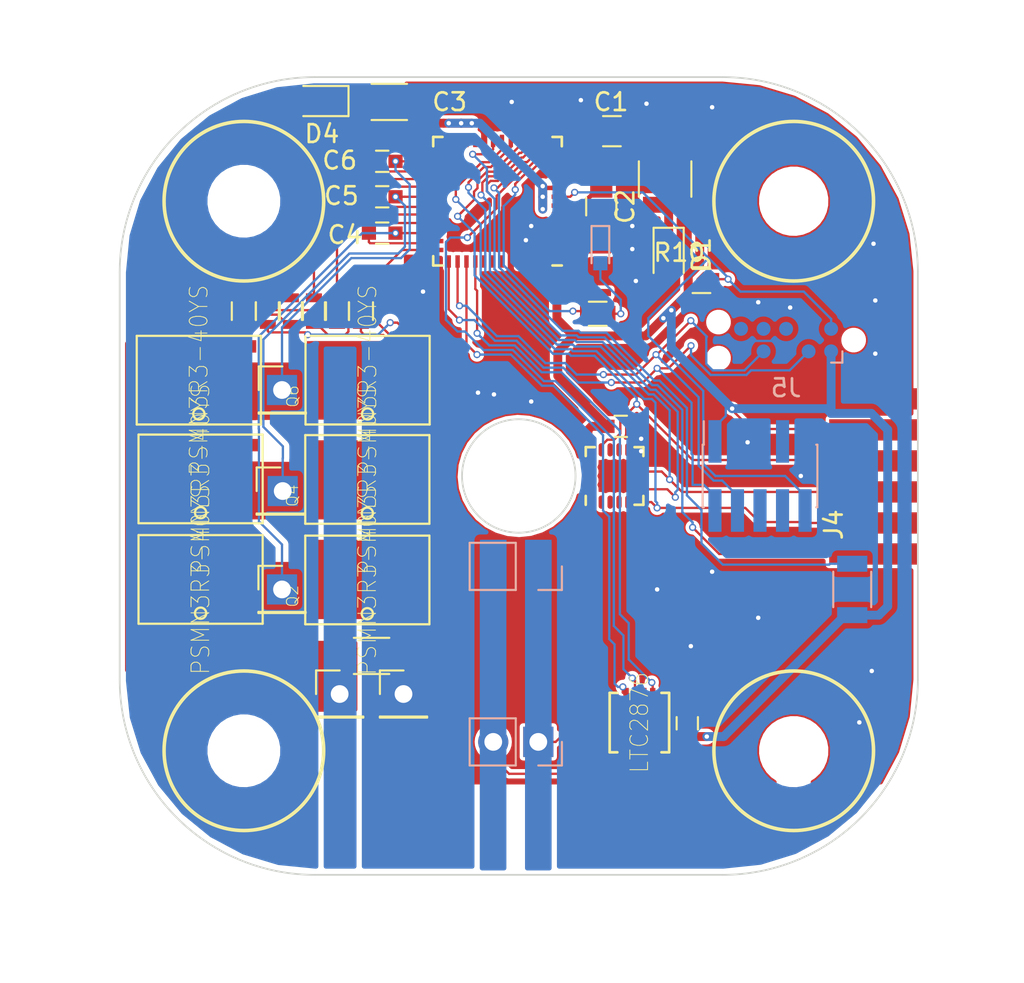
<source format=kicad_pcb>
(kicad_pcb (version 4) (host pcbnew 4.0.6)
  (layers (0 F.Cu signal) (31 B.Cu signal) (34 B.Paste user hide) (35 F.Paste user hide) (36 B.SilkS user) (37 F.SilkS user) (38 B.Mask user) (39 F.Mask user) (44 Edge.Cuts user))
  (net 0 "")
  (net 1 +3V3)
  (net 2 Earth)
  (net 3 "Net-(C2-Pad2)")
  (net 4 VM)
  (net 5 O1)
  (net 6 BOOT1)
  (net 7 O2)
  (net 8 BOOT2)
  (net 9 O3)
  (net 10 BOOT3)
  (net 11 "Net-(D1-Pad1)")
  (net 12 +12V)
  (net 13 "Net-(D5-Pad2)")
  (net 14 NRST)
  (net 15 SWDCLK)
  (net 16 SWDIO)
  (net 17 MOSI)
  (net 18 MISO)
  (net 19 SCK)
  (net 20 RS-B)
  (net 21 RS-A)
  (net 22 "Net-(Q1-Pad4)")
  (net 23 "Net-(Q2-Pad4)")
  (net 24 "Net-(Q3-Pad4)")
  (net 25 "Net-(Q4-Pad4)")
  (net 26 "Net-(Q5-Pad4)")
  (net 27 "Net-(Q6-Pad4)")
  (net 28 H1)
  (net 29 L1)
  (net 30 H2)
  (net 31 L2)
  (net 32 H3)
  (net 33 L3)
  (net 34 "Net-(U1-Pad4)")
  (net 35 "Net-(U1-Pad5)")
  (net 36 DE)
  (net 37 TX)
  (net 38 RX)
  (net 39 "Net-(ID1-Pad1)")
  (net 40 "Net-(R2-Pad1)")
  (net 41 CS_EXTERNAL)
  (net 42 CS_INTERNAL)
  (module Dizzy:VIA-0.4 (layer F.Cu) (at 81.5 65.5)
    (fp_text reference REF** hide)
    (fp_text value VIA-0.4 hide)
    (pad 1 thru_hole circle (at -0.1 0) (size 0.4 0.4) (drill 0.25) (layers *.Cu) (net 2 Earth))
  )
  (module Dizzy:VIA-0.4 (layer F.Cu) (at 78.5 63.6)
    (fp_text reference REF** hide)
    (fp_text value VIA-0.4 hide)
    (pad 1 thru_hole circle (at -0.1 0) (size 0.4 0.4) (drill 0.25) (layers *.Cu) (net 2 Earth))
  )
  (module Dizzy:VIA-0.4 (layer F.Cu) (at 80.9 56)
    (fp_text reference REF** hide)
    (fp_text value VIA-0.4 hide)
    (pad 1 thru_hole circle (at -0.1 0) (size 0.4 0.4) (drill 0.25) (layers *.Cu) (net 2 Earth))
  )
  (module Dizzy:VIA-0.4 (layer F.Cu) (at 79.1 55.7)
    (fp_text reference REF** hide)
    (fp_text value VIA-0.4 hide)
    (pad 1 thru_hole circle (at -0.1 0) (size 0.4 0.4) (drill 0.25) (layers *.Cu) (net 2 Earth))
  )
  (module SPI_BIG (layer F.Cu) (at 82.75 68.25 90)
    (fp_text reference J4 (at 0 0.5 90) (layer F.SilkS))
    (fp_text value CONN_01X06)
    (pad 1 smd rect (at -1.65 2.75 90) (size 1.2 5) (layers F.Cu F.Paste F.Mask) (net 41 CS_EXTERNAL))
    (pad 2 smd rect (at 0.1 2.75 90) (size 1.2 5) (layers F.Cu F.Paste F.Mask) (net 17 MOSI))
    (pad 3 smd rect (at 1.85 2.75 90) (size 1.2 5) (layers F.Cu F.Paste F.Mask) (net 18 MISO))
    (pad 4 smd rect (at 3.6 2.75 90) (size 1.2 5) (layers F.Cu F.Paste F.Mask) (net 19 SCK))
    (pad 5 smd rect (at 5.35 2.75 90) (size 1.2 5) (layers F.Cu F.Paste F.Mask) (net 1 +3V3))
    (pad 6 smd rect (at 7.1 2.75 90) (size 1.2 5) (layers F.Cu F.Paste F.Mask) (net 2 Earth))
  )
  (module Dizzy:VIA-0.4 (layer F.Cu) (at 66.3 51.4)
    (fp_text reference REF** hide)
    (fp_text value VIA-0.4 hide)
    (pad 1 thru_hole circle (at -0.1 0) (size 0.4 0.4) (drill 0.25) (layers *.Cu) (net 2 Earth))
  )
  (module Dizzy:VIA-0.4 (layer F.Cu) (at 66 52.2)
    (fp_text reference REF** hide)
    (fp_text value VIA-0.4 hide)
    (pad 1 thru_hole circle (at -0.1 0) (size 0.4 0.4) (drill 0.25) (layers *.Cu) (net 2 Earth))
  )
  (module Dizzy:VIA-0.4 (layer F.Cu) (at 72.2 54.5)
    (fp_text reference REF** hide)
    (fp_text value VIA-0.4 hide)
    (pad 1 thru_hole circle (at -0.1 0) (size 0.4 0.4) (drill 0.25) (layers *.Cu) (net 2 Earth))
  )
  (module Dizzy:VIA-0.4 (layer F.Cu) (at 72 52.7)
    (fp_text reference REF** hide)
    (fp_text value VIA-0.4 hide)
    (pad 1 thru_hole circle (at -0.1 0) (size 0.4 0.4) (drill 0.25) (layers *.Cu) (net 2 Earth))
  )
  (module Dizzy:VIA-0.4 (layer F.Cu) (at 72 51.4)
    (fp_text reference REF** hide)
    (fp_text value VIA-0.4 hide)
    (pad 1 thru_hole circle (at -0.1 0) (size 0.4 0.4) (drill 0.25) (layers *.Cu) (net 2 Earth))
  )
  (module Dizzy:VIA-0.4 (layer F.Cu) (at 76.5 44.7)
    (fp_text reference REF** hide)
    (fp_text value VIA-0.4 hide)
    (pad 1 thru_hole circle (at -0.1 0) (size 0.4 0.4) (drill 0.25) (layers *.Cu) (net 2 Earth))
  )
  (module Dizzy:VIA-0.4 (layer F.Cu) (at 72.8 44.5)
    (fp_text reference REF** hide)
    (fp_text value VIA-0.4 hide)
    (pad 1 thru_hole circle (at -0.1 0) (size 0.4 0.4) (drill 0.25) (layers *.Cu) (net 2 Earth))
  )
  (module Dizzy:VIA-0.4 (layer F.Cu) (at 69.1 44.3)
    (fp_text reference REF** hide)
    (fp_text value VIA-0.4 hide)
    (pad 1 thru_hole circle (at -0.1 0) (size 0.4 0.4) (drill 0.25) (layers *.Cu) (net 2 Earth))
  )
  (module Dizzy:VIA-0.4 (layer F.Cu) (at 65.2 44.4)
    (fp_text reference REF** hide)
    (fp_text value VIA-0.4 hide)
    (pad 1 thru_hole circle (at -0.1 0) (size 0.4 0.4) (drill 0.25) (layers *.Cu) (net 2 Earth))
  )
  (module Dizzy:VIA-0.4 (layer F.Cu) (at 60.2 55.1)
    (fp_text reference REF** hide)
    (fp_text value VIA-0.4 hide)
    (pad 1 thru_hole circle (at -0.1 0) (size 0.4 0.4) (drill 0.25) (layers *.Cu) (net 2 Earth))
  )
  (module Dizzy:VIA-0.4 (layer F.Cu) (at 66.3 61.3)
    (fp_text reference REF** hide)
    (fp_text value VIA-0.4 hide)
    (pad 1 thru_hole circle (at -0.1 0) (size 0.4 0.4) (drill 0.25) (layers *.Cu) (net 2 Earth))
  )
  (module Dizzy:VIA-0.4 (layer F.Cu) (at 63.3 60.8)
    (fp_text reference REF** hide)
    (fp_text value VIA-0.4 hide)
    (pad 1 thru_hole circle (at -0.1 0) (size 0.4 0.4) (drill 0.25) (layers *.Cu) (net 2 Earth))
  )
  (module Dizzy:VIA-0.4 (layer F.Cu) (at 64.2 60.9)
    (fp_text reference REF** hide)
    (fp_text value VIA-0.4 hide)
    (pad 1 thru_hole circle (at -0.1 0) (size 0.4 0.4) (drill 0.25) (layers *.Cu) (net 2 Earth))
  )
  (module Dizzy:VIA-0.4 (layer F.Cu) (at 84.8 79.4)
    (fp_text reference REF** hide)
    (fp_text value VIA-0.4 hide)
    (pad 1 thru_hole circle (at -0.1 0) (size 0.4 0.4) (drill 0.25) (layers *.Cu) (net 2 Earth))
  )
  (module Dizzy:VIA-0.4 (layer F.Cu) (at 85.5 76.5)
    (fp_text reference REF** hide)
    (fp_text value VIA-0.4 hide)
    (pad 1 thru_hole circle (at -0.1 0) (size 0.4 0.4) (drill 0.25) (layers *.Cu) (net 2 Earth))
  )
  (module Dizzy:VIA-0.4 (layer F.Cu) (at 79.1 73.5)
    (fp_text reference REF** hide)
    (fp_text value VIA-0.4 hide)
    (pad 1 thru_hole circle (at -0.1 0) (size 0.4 0.4) (drill 0.25) (layers *.Cu) (net 2 Earth))
  )
  (module Dizzy:VIA-0.4 (layer F.Cu) (at 75.3 75.1)
    (fp_text reference REF** hide)
    (fp_text value VIA-0.4 hide)
    (pad 1 thru_hole circle (at -0.1 0) (size 0.4 0.4) (drill 0.25) (layers *.Cu) (net 2 Earth))
  )
  (module Dizzy:VIA-0.4 (layer F.Cu) (at 73.4 71.9)
    (fp_text reference REF** hide)
    (fp_text value VIA-0.4 hide)
    (pad 1 thru_hole circle (at -0.1 0) (size 0.4 0.4) (drill 0.25) (layers *.Cu) (net 2 Earth))
  )
  (module Dizzy:VIA-0.4 (layer F.Cu) (at 85.6 52.4)
    (fp_text reference REF** hide)
    (fp_text value VIA-0.4 hide)
    (pad 1 thru_hole circle (at -0.1 0) (size 0.4 0.4) (drill 0.25) (layers *.Cu) (net 2 Earth))
  )
  (module Dizzy:VIA-0.4 (layer F.Cu) (at 85.7 55.6)
    (fp_text reference REF** hide)
    (fp_text value VIA-0.4 hide)
    (pad 1 thru_hole circle (at -0.1 0) (size 0.4 0.4) (drill 0.25) (layers *.Cu) (net 2 Earth))
  )
  (module Dizzy:VIA-0.4 (layer F.Cu) (at 85.7 58.6)
    (fp_text reference REF** hide)
    (fp_text value VIA-0.4 hide)
    (pad 1 thru_hole circle (at -0.1 0) (size 0.4 0.4) (drill 0.25) (layers *.Cu) (net 2 Earth))
  )
  (module Dizzy:VIA-0.4 (layer F.Cu) (at 72.5 64.1)
    (fp_text reference REF** hide)
    (fp_text value VIA-0.4 hide)
    (pad 1 thru_hole circle (at -0.1 0) (size 0.4 0.4) (drill 0.25) (layers *.Cu) (net 2 Earth))
  )
  (module Dizzy:VIA-0.4 (layer F.Cu) (at 72.5 63.4)
    (fp_text reference REF** hide)
    (fp_text value VIA-0.4 hide)
    (pad 1 thru_hole circle (at -0.1 0) (size 0.4 0.4) (drill 0.25) (layers *.Cu) (net 2 Earth))
  )
  (module Mounting_Holes:MountingHole_3.5mm (layer F.Cu) (at 50 81)
    (fp_text reference REF** hide)
    (fp_text value MountingHole_3.5mm)
    (pad 1 np_thru_hole circle (at 0 0) (size 3.5 3.5) (drill 3.5) (layers *.Cu *.Mask))
  )
  (module Mounting_Holes:MountingHole_3.5mm (layer F.Cu) (at 81 81)
    (fp_text reference REF** hide)
    (fp_text value MountingHole_3.5mm)
    (pad 1 np_thru_hole circle (at 0 0) (size 3.5 3.5) (drill 3.5) (layers *.Cu *.Mask))
  )
  (module Mounting_Holes:MountingHole_3.5mm (layer F.Cu) (at 81 50)
    (fp_text reference REF** hide)
    (fp_text value MountingHole_3.5mm)
    (pad 1 np_thru_hole circle (at 0 0) (size 3.5 3.5) (drill 3.5) (layers *.Cu *.Mask))
  )
  (module Capacitors_SMD:C_0805 (layer F.Cu) (at 70.75 46.05 180)
    (fp_text reference C1 (at 0.05 1.65 180) (layer F.SilkS))
    (fp_text value 100uF)
    (pad 1 smd rect (at -1 0 180) (size 1 1.25) (layers F.Cu F.Paste F.Mask) (net 1 +3V3))
    (pad 2 smd rect (at 1 0 180) (size 1 1.25) (layers F.Cu F.Paste F.Mask) (net 2 Earth))
  )
  (module Capacitors_SMD:C_0805 (layer F.Cu) (at 70.15 50.3 90)
    (fp_text reference C2 (at 0 1.35 90) (layer F.SilkS))
    (fp_text value 22uF)
    (pad 1 smd rect (at -1 0 90) (size 1 1.25) (layers F.Cu F.Paste F.Mask) (net 2 Earth))
    (pad 2 smd rect (at 1 0 90) (size 1 1.25) (layers F.Cu F.Paste F.Mask) (net 3 "Net-(C2-Pad2)"))
  )
  (module Capacitors_SMD:C_0603 (layer F.Cu) (at 57.8 51.8)
    (fp_text reference C4 (at -2.1 0.1) (layer F.SilkS))
    (fp_text value 1uF)
    (pad 2 smd rect (at 0.75 0) (size 0.8 0.75) (layers F.Cu F.Paste F.Mask) (net 5 O1))
    (pad 1 smd rect (at -0.75 0) (size 0.8 0.75) (layers F.Cu F.Paste F.Mask) (net 6 BOOT1))
  )
  (module Capacitors_SMD:C_0603 (layer F.Cu) (at 57.8 49.75)
    (fp_text reference C5 (at -2.3 -0.05) (layer F.SilkS))
    (fp_text value 1uF)
    (pad 2 smd rect (at 0.75 0) (size 0.8 0.75) (layers F.Cu F.Paste F.Mask) (net 7 O2))
    (pad 1 smd rect (at -0.75 0) (size 0.8 0.75) (layers F.Cu F.Paste F.Mask) (net 8 BOOT2))
  )
  (module Capacitors_SMD:C_0603 (layer F.Cu) (at 57.8 47.75)
    (fp_text reference C6 (at -2.4 -0.05) (layer F.SilkS))
    (fp_text value 1uF)
    (pad 2 smd rect (at 0.75 0) (size 0.8 0.75) (layers F.Cu F.Paste F.Mask) (net 9 O3))
    (pad 1 smd rect (at -0.75 0) (size 0.8 0.75) (layers F.Cu F.Paste F.Mask) (net 10 BOOT3))
  )
  (module Capacitors_SMD:C_0603 (layer F.Cu) (at 75 79.45 270)
    (fp_text reference C7 hide)
    (fp_text value 1uF)
    (pad 2 smd rect (at 0.75 0 270) (size 0.8 0.75) (layers F.Cu F.Paste F.Mask) (net 1 +3V3))
    (pad 1 smd rect (at -0.75 0 270) (size 0.8 0.75) (layers F.Cu F.Paste F.Mask) (net 2 Earth))
  )
  (module Capacitors_SMD:C_0603 (layer F.Cu) (at 71.25 62.7 180)
    (fp_text reference C8 hide)
    (fp_text value 0.1uF)
    (pad 2 smd rect (at 0.75 0 180) (size 0.8 0.75) (layers F.Cu F.Paste F.Mask) (net 1 +3V3))
    (pad 1 smd rect (at -0.75 0 180) (size 0.8 0.75) (layers F.Cu F.Paste F.Mask) (net 2 Earth))
  )
  (module Diodes_SMD:D_SOD-323F (layer F.Cu) (at 73.95 53 270)
    (fp_text reference D1 (at 0 -1.85 270) (layer F.SilkS))
    (fp_text value CD0603-B0340R)
    (pad 1 smd rect (at -1.1 0 270) (size 0.5 0.5) (layers F.Cu F.Paste F.Mask) (net 11 "Net-(D1-Pad1)"))
    (pad 2 smd rect (at 1.1 0 270) (size 0.5 0.5) (layers F.Cu F.Paste F.Mask) (net 2 Earth))
  )
  (module Diodes_SMD:D_SOD-323F (layer F.Cu) (at 54.4 44.35 180)
    (fp_text reference D4 (at 0 -1.85 180) (layer F.SilkS))
    (fp_text value D)
    (pad 1 smd rect (at -1.1 0 180) (size 0.5 0.5) (layers F.Cu F.Paste F.Mask) (net 4 VM))
    (pad 2 smd rect (at 1.1 0 180) (size 0.5 0.5) (layers F.Cu F.Paste F.Mask) (net 12 +12V))
  )
  (module LEDs:LED_0603 (layer B.Cu) (at 70.1 52.7 270)
    (fp_text reference D5 hide)
    (fp_text value STATUS)
    (pad 2 smd rect (at 0.8 0 90) (size 0.8 0.8) (layers B.Cu B.Paste B.Mask) (net 13 "Net-(D5-Pad2)"))
    (pad 1 smd rect (at -0.8 0 90) (size 0.8 0.8) (layers B.Cu B.Paste B.Mask) (net 2 Earth))
  )
  (module Resistors_SMD:R_1206 (layer B.Cu) (at 84.3 71.9 270)
    (fp_text reference ID1 hide)
    (fp_text value ID)
    (pad 1 smd rect (at -1.45 0 270) (size 0.9 1.7) (layers B.Cu B.Paste B.Mask) (net 39 "Net-(ID1-Pad1)"))
    (pad 2 smd rect (at 1.45 0 270) (size 0.9 1.7) (layers B.Cu B.Paste B.Mask) (net 1 +3V3))
  )
  (module Pin_Headers:Pin_Header_Straight_1x02_Pitch2.54mm (layer B.Cu) (at 66.6 80.5 90)
    (fp_text reference J3 hide)
    (fp_text value RS485)
    (pad 1 thru_hole rect (at 0 0 90) (size 1.7 1.7) (drill 1) (layers *.Cu *.Mask) (net 20 RS-B))
    (pad 2 thru_hole oval (at 0 -2.54 90) (size 1.7 1.7) (drill 1) (layers *.Cu *.Mask) (net 21 RS-A))
  )
  (module Pin_Headers:Pin_Header_Straight_1x01_Pitch2.54mm (layer F.Cu) (at 55.4 77.8)
    (fp_text reference J6 hide)
    (fp_text value 12)
    (pad 1 thru_hole rect (at 0 0) (size 1.7 1.7) (drill 1) (layers *.Cu *.Mask) (net 12 +12V))
  )
  (module Pin_Headers:Pin_Header_Straight_1x01_Pitch2.54mm (layer F.Cu) (at 59 77.8)
    (fp_text reference J9 hide)
    (fp_text value GND)
    (pad 1 thru_hole rect (at 0 0) (size 1.7 1.7) (drill 1) (layers *.Cu *.Mask) (net 2 Earth))
  )
  (module Pin_Headers:Pin_Header_Straight_1x01_Pitch2.54mm (layer F.Cu) (at 52.15 71.9)
    (fp_text reference J11 hide)
    (fp_text value V)
    (pad 1 thru_hole rect (at 0 0) (size 1.7 1.7) (drill 1) (layers *.Cu *.Mask) (net 5 O1))
  )
  (module Pin_Headers:Pin_Header_Straight_1x01_Pitch2.54mm (layer F.Cu) (at 52.05 66.35)
    (fp_text reference J12 hide)
    (fp_text value U)
    (pad 1 thru_hole rect (at 0.14 0) (size 1.7 1.7) (drill 1) (layers *.Cu *.Mask) (net 7 O2))
  )
  (module Pin_Headers:Pin_Header_Straight_1x01_Pitch2.54mm (layer F.Cu) (at 52.17 60.65)
    (fp_text reference J13 hide)
    (fp_text value W)
    (pad 1 thru_hole rect (at -0.02 0) (size 1.7 1.7) (drill 1) (layers *.Cu *.Mask) (net 9 O3))
  )
  (module Inductors_SMD:L_1210 (layer F.Cu) (at 73.75 48.75 90)
    (fp_text reference L1 hide)
    (fp_text value 22uH)
    (pad 1 smd rect (at -1.45 0 90) (size 0.9 2.5) (layers F.Cu F.Paste F.Mask) (net 11 "Net-(D1-Pad1)"))
    (pad 2 smd rect (at 1.45 0 90) (size 0.9 2.5) (layers F.Cu F.Paste F.Mask) (net 1 +3V3))
  )
  (module Dizzy:PSMN3R3-40YS (layer F.Cu) (at 47.56 71.335 90)
    (fp_text reference Q1 hide)
    (fp_text value PSMN3R3-40YS (at 0 0 90) (layer F.SilkS) (effects (font (size 1 0.9) (thickness 0.05))))
    (pad 1 smd rect (at -1.905 2.54) (size 1.4 0.7) (layers F.Cu F.Paste F.Mask) (net 5 O1))
    (pad 2 smd rect (at -0.635 2.54) (size 1.4 0.7) (layers F.Cu F.Paste F.Mask) (net 5 O1))
    (pad 3 smd rect (at 0.635 2.54) (size 1.4 0.7) (layers F.Cu F.Paste F.Mask) (net 5 O1))
    (pad 4 smd rect (at 1.905 2.54) (size 1.4 0.7) (layers F.Cu F.Paste F.Mask) (net 22 "Net-(Q1-Pad4)"))
    (pad 5678 smd rect (at 0 -1.27) (size 4.3 4.41) (layers F.Cu F.Paste F.Mask) (net 12 +12V))
  )
  (module Dizzy:PSMN3R3-40YS (layer F.Cu) (at 47.56 65.665 90)
    (fp_text reference Q3 hide)
    (fp_text value PSMN3R3-40YS (at 0 0 90) (layer F.SilkS) (effects (font (size 1 0.9) (thickness 0.05))))
    (pad 1 smd rect (at -1.905 2.54) (size 1.4 0.7) (layers F.Cu F.Paste F.Mask) (net 7 O2))
    (pad 2 smd rect (at -0.635 2.54) (size 1.4 0.7) (layers F.Cu F.Paste F.Mask) (net 7 O2))
    (pad 3 smd rect (at 0.635 2.54) (size 1.4 0.7) (layers F.Cu F.Paste F.Mask) (net 7 O2))
    (pad 4 smd rect (at 1.905 2.54) (size 1.4 0.7) (layers F.Cu F.Paste F.Mask) (net 24 "Net-(Q3-Pad4)"))
    (pad 5678 smd rect (at 0 -1.27) (size 4.3 4.41) (layers F.Cu F.Paste F.Mask) (net 12 +12V))
  )
  (module Dizzy:PSMN3R3-40YS (layer F.Cu) (at 47.46 60.095 90)
    (fp_text reference Q5 hide)
    (fp_text value PSMN3R3-40YS (at 0 0 90) (layer F.SilkS) (effects (font (size 1 0.9) (thickness 0.05))))
    (pad 1 smd rect (at -1.905 2.54) (size 1.4 0.7) (layers F.Cu F.Paste F.Mask) (net 9 O3))
    (pad 2 smd rect (at -0.635 2.54) (size 1.4 0.7) (layers F.Cu F.Paste F.Mask) (net 9 O3))
    (pad 3 smd rect (at 0.635 2.54) (size 1.4 0.7) (layers F.Cu F.Paste F.Mask) (net 9 O3))
    (pad 4 smd rect (at 1.905 2.54) (size 1.4 0.7) (layers F.Cu F.Paste F.Mask) (net 26 "Net-(Q5-Pad4)"))
    (pad 5678 smd rect (at 0 -1.27) (size 4.3 4.41) (layers F.Cu F.Paste F.Mask) (net 12 +12V))
  )
  (module Resistors_SMD:R_0603 (layer F.Cu) (at 69.95 56.35)
    (fp_text reference R2 hide)
    (fp_text value 390)
    (pad 1 smd rect (at -0.75 0) (size 0.5 0.9) (layers F.Cu F.Paste F.Mask) (net 40 "Net-(R2-Pad1)"))
    (pad 2 smd rect (at 0.75 0) (size 0.5 0.9) (layers F.Cu F.Paste F.Mask) (net 13 "Net-(D5-Pad2)"))
  )
  (module Resistors_SMD:R_0603 (layer F.Cu) (at 55.25 56.2 90)
    (fp_text reference R3 hide)
    (fp_text value 10)
    (pad 1 smd rect (at -0.75 0 90) (size 0.5 0.9) (layers F.Cu F.Paste F.Mask) (net 22 "Net-(Q1-Pad4)"))
    (pad 2 smd rect (at 0.75 0 90) (size 0.5 0.9) (layers F.Cu F.Paste F.Mask) (net 28 H1))
  )
  (module Resistors_SMD:R_0603 (layer F.Cu) (at 56.6 56.2 90)
    (fp_text reference R4 hide)
    (fp_text value 10)
    (pad 1 smd rect (at -0.75 0 90) (size 0.5 0.9) (layers F.Cu F.Paste F.Mask) (net 23 "Net-(Q2-Pad4)"))
    (pad 2 smd rect (at 0.75 0 90) (size 0.5 0.9) (layers F.Cu F.Paste F.Mask) (net 29 L1))
  )
  (module Resistors_SMD:R_0603 (layer F.Cu) (at 52.65 56.2 90)
    (fp_text reference R5 hide)
    (fp_text value 10)
    (pad 1 smd rect (at -0.75 0 90) (size 0.5 0.9) (layers F.Cu F.Paste F.Mask) (net 24 "Net-(Q3-Pad4)"))
    (pad 2 smd rect (at 0.75 0 90) (size 0.5 0.9) (layers F.Cu F.Paste F.Mask) (net 30 H2))
  )
  (module Resistors_SMD:R_0603 (layer F.Cu) (at 53.95 56.2 90)
    (fp_text reference R6 hide)
    (fp_text value 10)
    (pad 1 smd rect (at -0.75 0 90) (size 0.5 0.9) (layers F.Cu F.Paste F.Mask) (net 25 "Net-(Q4-Pad4)"))
    (pad 2 smd rect (at 0.75 0 90) (size 0.5 0.9) (layers F.Cu F.Paste F.Mask) (net 31 L2))
  )
  (module Resistors_SMD:R_0603 (layer F.Cu) (at 50 56.2 90)
    (fp_text reference R7 hide)
    (fp_text value 10)
    (pad 1 smd rect (at -0.75 0 90) (size 0.5 0.9) (layers F.Cu F.Paste F.Mask) (net 26 "Net-(Q5-Pad4)"))
    (pad 2 smd rect (at 0.75 0 90) (size 0.5 0.9) (layers F.Cu F.Paste F.Mask) (net 32 H3))
  )
  (module Resistors_SMD:R_0603 (layer F.Cu) (at 51.35 56.2 90)
    (fp_text reference R8 hide)
    (fp_text value 10)
    (pad 1 smd rect (at -0.75 0 90) (size 0.5 0.9) (layers F.Cu F.Paste F.Mask) (net 27 "Net-(Q6-Pad4)"))
    (pad 2 smd rect (at 0.75 0 90) (size 0.5 0.9) (layers F.Cu F.Paste F.Mask) (net 33 L3))
  )
  (module Dizzy:STSPIN32-nopad (layer F.Cu) (at 64.3 50 180)
    (fp_text reference U1 hide)
    (fp_text value STSPIN32F0)
    (pad 1 smd rect (at -3.4 -2.75 180) (size 0.7 0.25) (layers F.Cu F.Paste F.Mask))
    (pad 2 smd rect (at -3.4 -2.25 180) (size 0.7 0.25) (layers F.Cu F.Paste F.Mask))
    (pad 3 smd rect (at -3.4 -1.75 180) (size 0.7 0.25) (layers F.Cu F.Paste F.Mask))
    (pad 4 smd rect (at -3.4 -1.25 180) (size 0.7 0.25) (layers F.Cu F.Paste F.Mask) (net 34 "Net-(U1-Pad4)"))
    (pad 5 smd rect (at -3.4 -0.75 180) (size 0.7 0.25) (layers F.Cu F.Paste F.Mask) (net 35 "Net-(U1-Pad5)"))
    (pad 6 smd rect (at -3.4 -0.25 180) (size 0.7 0.25) (layers F.Cu F.Paste F.Mask) (net 3 "Net-(C2-Pad2)"))
    (pad 7 smd rect (at -3.4 0.25 180) (size 0.7 0.25) (layers F.Cu F.Paste F.Mask) (net 14 NRST))
    (pad 8 smd rect (at -3.4 0.75 180) (size 0.7 0.25) (layers F.Cu F.Paste F.Mask) (net 4 VM))
    (pad 9 smd rect (at -3.4 1.25 180) (size 0.7 0.25) (layers F.Cu F.Paste F.Mask) (net 11 "Net-(D1-Pad1)"))
    (pad 10 smd rect (at -3.4 1.75 180) (size 0.7 0.25) (layers F.Cu F.Paste F.Mask) (net 1 +3V3))
    (pad 11 smd rect (at -3.4 2.25 180) (size 0.7 0.25) (layers F.Cu F.Paste F.Mask) (net 40 "Net-(R2-Pad1)"))
    (pad 12 smd rect (at -3.4 2.75 180) (size 0.7 0.25) (layers F.Cu F.Paste F.Mask) (net 36 DE))
    (pad 13 smd rect (at -2.75 3.4 270) (size 0.7 0.25) (layers F.Cu F.Paste F.Mask) (net 39 "Net-(ID1-Pad1)"))
    (pad 14 smd rect (at -2.25 3.4 270) (size 0.7 0.25) (layers F.Cu F.Paste F.Mask))
    (pad 15 smd rect (at -1.75 3.4 270) (size 0.7 0.25) (layers F.Cu F.Paste F.Mask) (net 42 CS_INTERNAL))
    (pad 16 smd rect (at -1.25 3.4 270) (size 0.7 0.25) (layers F.Cu F.Paste F.Mask) (net 19 SCK))
    (pad 17 smd rect (at -0.75 3.4 270) (size 0.7 0.25) (layers F.Cu F.Paste F.Mask) (net 18 MISO))
    (pad 18 smd rect (at -0.25 3.4 270) (size 0.7 0.25) (layers F.Cu F.Paste F.Mask) (net 17 MOSI))
    (pad 19 smd rect (at 0.25 3.4 270) (size 0.7 0.25) (layers F.Cu F.Paste F.Mask) (net 41 CS_EXTERNAL))
    (pad 20 smd rect (at 0.75 3.4 270) (size 0.7 0.25) (layers F.Cu F.Paste F.Mask) (net 2 Earth))
    (pad 21 smd rect (at 1.25 3.4 270) (size 0.7 0.25) (layers F.Cu F.Paste F.Mask))
    (pad 22 smd rect (at 1.75 3.4 270) (size 0.7 0.25) (layers F.Cu F.Paste F.Mask))
    (pad 23 smd rect (at 2.25 3.4 270) (size 0.7 0.25) (layers F.Cu F.Paste F.Mask))
    (pad 24 smd rect (at 2.75 3.4 270) (size 0.7 0.25) (layers F.Cu F.Paste F.Mask))
    (pad 25 smd rect (at 3.4 2.75 180) (size 0.7 0.25) (layers F.Cu F.Paste F.Mask) (net 32 H3))
    (pad 26 smd rect (at 3.4 2.25 180) (size 0.7 0.25) (layers F.Cu F.Paste F.Mask) (net 9 O3))
    (pad 27 smd rect (at 3.4 1.75 180) (size 0.7 0.25) (layers F.Cu F.Paste F.Mask) (net 10 BOOT3))
    (pad 28 smd rect (at 3.4 1.25 180) (size 0.7 0.25) (layers F.Cu F.Paste F.Mask) (net 33 L3))
    (pad 29 smd rect (at 3.4 0.75 180) (size 0.7 0.25) (layers F.Cu F.Paste F.Mask) (net 30 H2))
    (pad 30 smd rect (at 3.4 0.25 180) (size 0.7 0.25) (layers F.Cu F.Paste F.Mask) (net 7 O2))
    (pad 31 smd rect (at 3.4 -0.25 180) (size 0.7 0.25) (layers F.Cu F.Paste F.Mask) (net 8 BOOT2))
    (pad 32 smd rect (at 3.4 -0.75 180) (size 0.7 0.25) (layers F.Cu F.Paste F.Mask) (net 31 L2))
    (pad 33 smd rect (at 3.4 -1.25 180) (size 0.7 0.25) (layers F.Cu F.Paste F.Mask) (net 28 H1))
    (pad 34 smd rect (at 3.4 -1.75 180) (size 0.7 0.25) (layers F.Cu F.Paste F.Mask) (net 5 O1))
    (pad 35 smd rect (at 3.4 -2.25 180) (size 0.7 0.25) (layers F.Cu F.Paste F.Mask) (net 6 BOOT1))
    (pad 36 smd rect (at 3.4 -2.75 180) (size 0.7 0.25) (layers F.Cu F.Paste F.Mask) (net 29 L1))
    (pad 37 smd rect (at 2.75 -3.4 270) (size 0.7 0.25) (layers F.Cu F.Paste F.Mask) (net 16 SWDIO))
    (pad 38 smd rect (at 2.25 -3.4 270) (size 0.7 0.25) (layers F.Cu F.Paste F.Mask) (net 15 SWDCLK))
    (pad 39 smd rect (at 1.75 -3.4 270) (size 0.7 0.25) (layers F.Cu F.Paste F.Mask) (net 37 TX))
    (pad 40 smd rect (at 1.25 -3.4 270) (size 0.7 0.25) (layers F.Cu F.Paste F.Mask) (net 38 RX))
    (pad 41 smd rect (at 0.75 -3.4 270) (size 0.7 0.25) (layers F.Cu F.Paste F.Mask))
    (pad 42 smd rect (at 0.25 -3.4 270) (size 0.7 0.25) (layers F.Cu F.Paste F.Mask))
    (pad 43 smd rect (at -0.25 -3.4 270) (size 0.7 0.25) (layers F.Cu F.Paste F.Mask))
    (pad 44 smd rect (at -0.75 -3.4 270) (size 0.7 0.25) (layers F.Cu F.Paste F.Mask) (net 2 Earth))
    (pad 45 smd rect (at -1.25 -3.4 270) (size 0.7 0.25) (layers F.Cu F.Paste F.Mask))
    (pad 46 smd rect (at -1.75 -3.4 270) (size 0.7 0.25) (layers F.Cu F.Paste F.Mask))
    (pad 47 smd rect (at -2.25 -3.4 270) (size 0.7 0.25) (layers F.Cu F.Paste F.Mask))
    (pad 48 smd rect (at -2.75 -3.4 270) (size 0.7 0.25) (layers F.Cu F.Paste F.Mask) (net 1 +3V3))
    (pad 49 smd rect (at -0.7 -0.8 180) (size 1 1) (layers F.Cu F.Paste F.Mask) (net 2 Earth))
  )
  (module Dizzy:LTC2876 (layer F.Cu) (at 72.3 79.4113 270)
    (fp_text reference U2 hide)
    (fp_text value LTC2876 (at 0 0 270) (layer F.SilkS) (effects (font (size 1 0.9) (thickness 0.05))))
    (pad 1 smd rect (at -1.5113 -0.75 270) (size 0.889 0.3048) (layers F.Cu F.Paste F.Mask) (net 38 RX))
    (pad 2 smd rect (at -1.5113 -0.25 270) (size 0.889 0.3048) (layers F.Cu F.Paste F.Mask) (net 36 DE))
    (pad 3 smd rect (at -1.5113 0.25 270) (size 0.889 0.3048) (layers F.Cu F.Paste F.Mask) (net 36 DE))
    (pad 4 smd rect (at -1.5113 0.75 270) (size 0.889 0.3048) (layers F.Cu F.Paste F.Mask) (net 37 TX))
    (pad 5 smd rect (at 1.5113 0.75 270) (size 0.889 0.3048) (layers F.Cu F.Paste F.Mask) (net 2 Earth))
    (pad 6 smd rect (at 1.5113 0.25 270) (size 0.889 0.3048) (layers F.Cu F.Paste F.Mask) (net 21 RS-A))
    (pad 7 smd rect (at 1.5113 -0.25 270) (size 0.889 0.3048) (layers F.Cu F.Paste F.Mask) (net 20 RS-B))
    (pad 8 smd rect (at 1.5113 -0.75 270) (size 0.889 0.3048) (layers F.Cu F.Paste F.Mask) (net 1 +3V3))
    (pad 9 smd rect (at 0 0.1 270) (size 0.6 2) (layers F.Cu F.Paste F.Mask) (net 2 Earth))
  )
  (module Housings_DFN_QFN:QFN-16-1EP_3x3mm_Pitch0.5mm (layer F.Cu) (at 70.9 65.5 90)
    (fp_text reference U3 hide)
    (fp_text value MA700)
    (pad 1 smd oval (at -1.475 -0.75 90) (size 0.75 0.3) (layers F.Cu F.Paste F.Mask))
    (pad 2 smd oval (at -1.475 -0.25 90) (size 0.75 0.3) (layers F.Cu F.Paste F.Mask))
    (pad 3 smd oval (at -1.475 0.25 90) (size 0.75 0.3) (layers F.Cu F.Paste F.Mask))
    (pad 4 smd oval (at -1.475 0.75 90) (size 0.75 0.3) (layers F.Cu F.Paste F.Mask) (net 17 MOSI))
    (pad 5 smd oval (at -0.75 1.475 180) (size 0.75 0.3) (layers F.Cu F.Paste F.Mask) (net 42 CS_INTERNAL))
    (pad 6 smd oval (at -0.25 1.475 180) (size 0.75 0.3) (layers F.Cu F.Paste F.Mask))
    (pad 7 smd oval (at 0.25 1.475 180) (size 0.75 0.3) (layers F.Cu F.Paste F.Mask) (net 18 MISO))
    (pad 8 smd oval (at 0.75 1.475 180) (size 0.75 0.3) (layers F.Cu F.Paste F.Mask) (net 2 Earth))
    (pad 9 smd oval (at 1.475 0.75 90) (size 0.75 0.3) (layers F.Cu F.Paste F.Mask))
    (pad 10 smd oval (at 1.475 0.25 90) (size 0.75 0.3) (layers F.Cu F.Paste F.Mask))
    (pad 11 smd oval (at 1.475 -0.25 90) (size 0.75 0.3) (layers F.Cu F.Paste F.Mask))
    (pad 12 smd oval (at 1.475 -0.75 90) (size 0.75 0.3) (layers F.Cu F.Paste F.Mask) (net 19 SCK))
    (pad 13 smd oval (at 0.75 -1.475 180) (size 0.75 0.3) (layers F.Cu F.Paste F.Mask) (net 1 +3V3))
    (pad 14 smd oval (at 0.25 -1.475 180) (size 0.75 0.3) (layers F.Cu F.Paste F.Mask))
    (pad 15 smd oval (at -0.25 -1.475 180) (size 0.75 0.3) (layers F.Cu F.Paste F.Mask))
    (pad 16 smd oval (at -0.75 -1.475 180) (size 0.75 0.3) (layers F.Cu F.Paste F.Mask))
    (pad 17 smd rect (at 0.45 0.45 90) (size 0.9 0.9) (layers F.Cu F.Paste F.Mask) (net 2 Earth))
    (pad 17 smd rect (at 0.45 -0.45 90) (size 0.9 0.9) (layers F.Cu F.Paste F.Mask) (net 2 Earth))
    (pad 17 smd rect (at -0.45 0.45 90) (size 0.9 0.9) (layers F.Cu F.Paste F.Mask) (net 2 Earth))
    (pad 17 smd rect (at -0.45 -0.45 90) (size 0.9 0.9) (layers F.Cu F.Paste F.Mask) (net 2 Earth))
  )
  (module Dizzy:Oscillator (layer F.Cu) (at 67.7 55.15 90)
    (fp_text reference Y1 hide)
    (fp_text value 8Mhz)
    (pad 1 smd rect (at 0 2.3 90) (size 0.4 1.4) (layers F.Cu F.Paste F.Mask) (net 34 "Net-(U1-Pad4)"))
    (pad 2 smd rect (at 1.2 2.3 90) (size 0.4 1.4) (layers F.Cu F.Paste F.Mask) (net 2 Earth))
    (pad 3 smd rect (at 2.4 2.3 90) (size 0.4 1.4) (layers F.Cu F.Paste F.Mask) (net 35 "Net-(U1-Pad5)"))
  )
  (module Capacitors_SMD:C_1206 (layer F.Cu) (at 58.2 44.4)
    (fp_text reference C3 (at 3.4 0) (layer F.SilkS))
    (fp_text value 1uF)
    (pad 1 smd rect (at -1.5 0) (size 1 1.6) (layers F.Cu F.Paste F.Mask) (net 4 VM))
    (pad 2 smd rect (at 1.5 0) (size 1 1.6) (layers F.Cu F.Paste F.Mask) (net 2 Earth))
  )
  (module Pin_Headers:Pin_Header_Straight_2x05_Pitch1.27mm_SMD (layer B.Cu) (at 79.1 65.5 270)
    (fp_text reference J1 hide)
    (fp_text value CONN_02X05)
    (pad 1 smd rect (at -1.95 2.54 270) (size 2.4 0.74) (layers B.Cu B.Paste B.Mask) (net 1 +3V3))
    (pad 2 smd rect (at 1.95 2.54 270) (size 2.4 0.74) (layers B.Cu B.Paste B.Mask) (net 16 SWDIO))
    (pad 3 smd rect (at -1.95 1.27 270) (size 2.4 0.74) (layers B.Cu B.Paste B.Mask) (net 2 Earth))
    (pad 4 smd rect (at 1.95 1.27 270) (size 2.4 0.74) (layers B.Cu B.Paste B.Mask) (net 15 SWDCLK))
    (pad 5 smd rect (at -1.95 0 270) (size 2.4 0.74) (layers B.Cu B.Paste B.Mask) (net 2 Earth))
    (pad 6 smd rect (at 1.95 0 270) (size 2.4 0.74) (layers B.Cu B.Paste B.Mask))
    (pad 7 smd rect (at -1.95 -1.27 270) (size 2.4 0.74) (layers B.Cu B.Paste B.Mask))
    (pad 8 smd rect (at 1.95 -1.27 270) (size 2.4 0.74) (layers B.Cu B.Paste B.Mask))
    (pad 9 smd rect (at -1.95 -2.54 270) (size 2.4 0.74) (layers B.Cu B.Paste B.Mask) (net 2 Earth))
    (pad 10 smd rect (at 1.95 -2.54 270) (size 2.4 0.74) (layers B.Cu B.Paste B.Mask) (net 14 NRST))
  )
  (module Pin_Headers:Pin_Header_Straight_1x02_Pitch2.54mm (layer B.Cu) (at 66.6 70.6 90)
    (fp_text reference J2 hide)
    (fp_text value RS485)
    (pad 1 smd rect (at 0 0 90) (size 3 1.5) (layers B.Cu B.Paste B.Mask) (net 20 RS-B))
    (pad 2 smd rect (at 0 -2.54 90) (size 3 1.5) (layers B.Cu B.Paste B.Mask) (net 21 RS-A))
  )
  (module Resistors_SMD:R_0603 (layer F.Cu) (at 75.8 54.5)
    (fp_text reference R10 (at -1.25 -1.6) (layer F.SilkS))
    (fp_text value 10k)
    (pad 1 smd rect (at -0.75 0) (size 0.5 0.9) (layers F.Cu F.Paste F.Mask) (net 1 +3V3))
    (pad 2 smd rect (at 0.75 0) (size 0.5 0.9) (layers F.Cu F.Paste F.Mask) (net 14 NRST))
  )
  (module Mounting_Holes:MountingHole_3.5mm (layer F.Cu) (at 50 50)
    (fp_text reference REF** hide)
    (fp_text value MountingHole_3.5mm)
    (pad 1 np_thru_hole circle (at 0 0) (size 3.5 3.5) (drill 3.5) (layers *.Cu *.Mask))
  )
  (module Capacitors_SMD:C_1206 (layer F.Cu) (at 57.2 75.65)
    (fp_text reference C9 hide)
    (fp_text value 1uF)
    (pad 1 smd rect (at -1.5 0) (size 1 1.6) (layers F.Cu F.Paste F.Mask) (net 12 +12V))
    (pad 2 smd rect (at 1.5 0) (size 1 1.6) (layers F.Cu F.Paste F.Mask) (net 2 Earth))
  )
  (module Dizzy:PSMN3R3-40YS (layer F.Cu) (at 56.96 71.365 90)
    (fp_text reference Q2 (at -0.9144 -4.2164 90) (layer F.SilkS) (effects (font (size 0.64 0.64) (thickness 0.05))))
    (fp_text value PSMN3R3-40YS (at 0 0 90) (layer F.SilkS) (effects (font (size 1 0.9) (thickness 0.05))))
    (pad 1 smd rect (at -1.905 2.54) (size 1.4 0.7) (layers F.Cu F.Paste F.Mask) (net 2 Earth))
    (pad 2 smd rect (at -0.635 2.54) (size 1.4 0.7) (layers F.Cu F.Paste F.Mask) (net 2 Earth))
    (pad 3 smd rect (at 0.635 2.54) (size 1.4 0.7) (layers F.Cu F.Paste F.Mask) (net 2 Earth))
    (pad 4 smd rect (at 1.905 2.54) (size 1.4 0.7) (layers F.Cu F.Paste F.Mask) (net 23 "Net-(Q2-Pad4)"))
    (pad 5678 smd rect (at 0 -1.27) (size 4.3 4.41) (layers F.Cu F.Paste F.Mask) (net 5 O1))
  )
  (module Dizzy:PSMN3R3-40YS (layer F.Cu) (at 56.96 65.695 90)
    (fp_text reference Q4 (at -0.9144 -4.2164 90) (layer F.SilkS) (effects (font (size 0.64 0.64) (thickness 0.05))))
    (fp_text value PSMN3R3-40YS (at 0 0 90) (layer F.SilkS) (effects (font (size 1 0.9) (thickness 0.05))))
    (pad 1 smd rect (at -1.905 2.54) (size 1.4 0.7) (layers F.Cu F.Paste F.Mask) (net 2 Earth))
    (pad 2 smd rect (at -0.635 2.54) (size 1.4 0.7) (layers F.Cu F.Paste F.Mask) (net 2 Earth))
    (pad 3 smd rect (at 0.635 2.54) (size 1.4 0.7) (layers F.Cu F.Paste F.Mask) (net 2 Earth))
    (pad 4 smd rect (at 1.905 2.54) (size 1.4 0.7) (layers F.Cu F.Paste F.Mask) (net 25 "Net-(Q4-Pad4)"))
    (pad 5678 smd rect (at 0 -1.27) (size 4.3 4.41) (layers F.Cu F.Paste F.Mask) (net 7 O2))
  )
  (module Dizzy:PSMN3R3-40YS (layer F.Cu) (at 56.975 60.095 90)
    (fp_text reference Q6 (at -0.9144 -4.2164 90) (layer F.SilkS) (effects (font (size 0.64 0.64) (thickness 0.05))))
    (fp_text value PSMN3R3-40YS (at 0 0 90) (layer F.SilkS) (effects (font (size 1 0.9) (thickness 0.05))))
    (pad 1 smd rect (at -1.905 2.54) (size 1.4 0.7) (layers F.Cu F.Paste F.Mask) (net 2 Earth))
    (pad 2 smd rect (at -0.635 2.54) (size 1.4 0.7) (layers F.Cu F.Paste F.Mask) (net 2 Earth))
    (pad 3 smd rect (at 0.635 2.54) (size 1.4 0.7) (layers F.Cu F.Paste F.Mask) (net 2 Earth))
    (pad 4 smd rect (at 1.905 2.54) (size 1.4 0.7) (layers F.Cu F.Paste F.Mask) (net 27 "Net-(Q6-Pad4)"))
    (pad 5678 smd rect (at 0 -1.27) (size 4.3 4.41) (layers F.Cu F.Paste F.Mask) (net 9 O3))
  )
  (module Dizzy:VIA-0.4 (layer F.Cu) (at 76.5 70.9)
    (fp_text reference REF** hide)
    (fp_text value VIA-0.4 hide)
    (pad 1 thru_hole circle (at -0.1 0) (size 0.4 0.4) (drill 0.25) (layers *.Cu) (net 2 Earth))
  )
  (module Connectors:Tag-Connect_TC2050-IDC-NL (layer B.Cu) (at 80.57 57.835 180)
    (fp_text reference J5 (at 0 -2.7 180) (layer B.SilkS) (effects (justify mirror)))
    (fp_text value JTAG)
    (pad "" np_thru_hole circle (at 3.81 1.016 180) (size 0.9906 0.9906) (drill 0.9906) (layers *.Cu *.Mask))
    (pad "" np_thru_hole circle (at 3.81 -1.016 180) (size 0.9906 0.9906) (drill 0.9906) (layers *.Cu *.Mask))
    (pad "" np_thru_hole circle (at -3.81 0 180) (size 0.9906 0.9906) (drill 0.9906) (layers *.Cu *.Mask))
    (pad 1 connect circle (at -2.54 -0.635 180) (size 0.7874 0.7874) (layers B.Cu B.Mask) (net 1 +3V3))
    (pad 2 connect circle (at -1.27 -0.635 180) (size 0.7874 0.7874) (layers B.Cu B.Mask) (net 16 SWDIO))
    (pad 3 connect circle (at 0 -0.635 180) (size 0.7874 0.7874) (layers B.Cu B.Mask) (net 2 Earth))
    (pad 4 connect circle (at 1.27 -0.635 180) (size 0.7874 0.7874) (layers B.Cu B.Mask) (net 15 SWDCLK))
    (pad 5 connect circle (at 2.54 -0.635 180) (size 0.7874 0.7874) (layers B.Cu B.Mask) (net 2 Earth))
    (pad 6 connect circle (at 2.54 0.635 180) (size 0.7874 0.7874) (layers B.Cu B.Mask))
    (pad 7 connect circle (at 1.27 0.635 180) (size 0.7874 0.7874) (layers B.Cu B.Mask))
    (pad 8 connect circle (at 0 0.635 180) (size 0.7874 0.7874) (layers B.Cu B.Mask))
    (pad 9 connect circle (at -1.27 0.635 180) (size 0.7874 0.7874) (layers B.Cu B.Mask) (net 2 Earth))
    (pad 10 connect circle (at -2.54 0.635 180) (size 0.7874 0.7874) (layers B.Cu B.Mask) (net 14 NRST))
  )
  (gr_arc (start 77 54) (end 77 43) (angle 90) (layer Edge.Cuts) (width 0.1))
  (gr_arc (start 77 77) (end 88 77) (angle 90) (layer Edge.Cuts) (width 0.1))
  (gr_arc (start 54 77) (end 54 88) (angle 90) (layer Edge.Cuts) (width 0.1))
  (gr_arc (start 54 54) (end 43 54) (angle 90) (layer Edge.Cuts) (width 0.1))
  (gr_line (start 43 54) (end 43 77) (layer Edge.Cuts) (width 0.1))
  (gr_line (start 88 54) (end 88 77) (layer Edge.Cuts) (width 0.1))
  (gr_line (start 54 88) (end 77 88) (layer Edge.Cuts) (width 0.1))
  (gr_line (start 54 43) (end 77 43) (layer Edge.Cuts) (width 0.1))
  (gr_circle (center 65.5 65.5) (end 68.7 65.5) (layer Edge.Cuts) (width 0.1))
  (gr_circle (center 81 81) (end 85.5 81) (layer F.SilkS) (width 0.2))
  (gr_circle (center 50 81) (end 54.5 81) (layer F.SilkS) (width 0.2))
  (gr_circle (center 81 50) (end 85.5 50) (layer F.SilkS) (width 0.2))
  (gr_circle (center 50 50) (end 54.5 50) (layer F.SilkS) (width 0.2))
  (segment (start 63.910398 48.854999) (end 63.704998 49.060399) (width 0.13) (layer F.Cu) (net 0))
  (segment (start 64.324977 48.854999) (end 63.910398 48.854999) (width 0.13) (layer F.Cu) (net 0))
  (segment (start 65.744999 47.534977) (end 65.644999 47.534977) (width 0.13) (layer F.Cu) (net 0))
  (segment (start 65.644999 47.534977) (end 64.324977 48.854999) (width 0.13) (layer F.Cu) (net 0))
  (segment (start 66.13002 47.149956) (end 65.744999 47.534977) (width 0.13) (layer F.Cu) (net 0))
  (segment (start 66.55 46.864579) (end 66.264623 47.149956) (width 0.13) (layer F.Cu) (net 0))
  (segment (start 63.704998 49.439601) (end 63.794477 49.52908) (width 0.13) (layer F.Cu) (net 0))
  (segment (start 66.264623 47.149956) (end 66.13002 47.149956) (width 0.13) (layer F.Cu) (net 0))
  (segment (start 66.55 46.6) (end 66.55 46.864579) (width 0.13) (layer F.Cu) (net 0))
  (segment (start 63.704998 49.060399) (end 63.704998 49.439601) (width 0.13) (layer F.Cu) (net 0))
  (segment (start 77.7 61.95) (end 77.7 61.87066) (width 0.13) (layer F.Cu) (net 1))
  (segment (start 77.7 61.87066) (end 77.52934 61.7) (width 0.13) (layer F.Cu) (net 1))
  (via (at 77.52934 61.7) (size 0.4) (drill 0.25) (layers F.Cu B.Cu) (net 1))
  (segment (start 83.11 61.959999) (end 82.850001 61.7) (width 0.5) (layer B.Cu) (net 1))
  (segment (start 82.850001 61.7) (end 77.52934 61.7) (width 0.5) (layer B.Cu) (net 1))
  (segment (start 77.52934 61.7) (end 77.169999 61.340659) (width 0.5) (layer B.Cu) (net 1))
  (segment (start 76.56 63.55) (end 76.56 62.72) (width 0.13) (layer B.Cu) (net 1))
  (segment (start 76.56 62.72) (end 77.169999 62.110001) (width 0.13) (layer B.Cu) (net 1))
  (segment (start 77.169999 62.110001) (end 77.169999 61.340659) (width 0.13) (layer B.Cu) (net 1))
  (segment (start 74.1 58.27066) (end 77.169999 61.340659) (width 0.5) (layer B.Cu) (net 1))
  (segment (start 74.1 56.15) (end 74.1 58.27066) (width 0.5) (layer B.Cu) (net 1))
  (segment (start 83.1 61.969999) (end 85.379999 61.969999) (width 0.5) (layer B.Cu) (net 1))
  (segment (start 83.11 58.47) (end 83.11 61.959999) (width 0.5) (layer B.Cu) (net 1))
  (segment (start 83.11 61.959999) (end 83.1 61.969999) (width 0.5) (layer B.Cu) (net 1))
  (segment (start 85.379999 61.969999) (end 86.3 62.89) (width 0.5) (layer B.Cu) (net 1))
  (segment (start 84.3 73.35) (end 85.8 73.35) (width 0.5) (layer B.Cu) (net 1))
  (segment (start 85.8 73.35) (end 86.3 72.85) (width 0.5) (layer B.Cu) (net 1))
  (segment (start 86.3 72.85) (end 86.3 62.89) (width 0.5) (layer B.Cu) (net 1))
  (segment (start 81.7 62.85) (end 81.75 62.9) (width 0.13) (layer F.Cu) (net 1))
  (segment (start 81.75 62.9) (end 85.5 62.9) (width 0.13) (layer F.Cu) (net 1))
  (segment (start 81.7 62.85) (end 78.6 62.85) (width 0.13) (layer F.Cu) (net 1))
  (segment (start 78.6 62.85) (end 77.7 61.95) (width 0.13) (layer F.Cu) (net 1))
  (segment (start 76.1 80.2) (end 75 80.2) (width 0.5) (layer F.Cu) (net 1))
  (segment (start 84.3 73.35) (end 83.9 73.35) (width 0.5) (layer B.Cu) (net 1))
  (segment (start 83.9 73.35) (end 77.05 80.2) (width 0.5) (layer B.Cu) (net 1))
  (segment (start 77.05 80.2) (end 76.1 80.2) (width 0.5) (layer B.Cu) (net 1))
  (via (at 76.1 80.2) (size 0.4) (drill 0.25) (layers F.Cu B.Cu) (net 1))
  (segment (start 68.6 57.6) (end 67.65 56.65) (width 0.5) (layer F.Cu) (net 1))
  (segment (start 67.65 56.65) (end 67.65 54.45) (width 0.5) (layer F.Cu) (net 1))
  (segment (start 73.65 56.6) (end 74.1 56.15) (width 0.5) (layer B.Cu) (net 1))
  (segment (start 75.05 55.15) (end 75.05 55.2) (width 0.5) (layer F.Cu) (net 1))
  (segment (start 75.05 55.2) (end 74.1 56.15) (width 0.5) (layer F.Cu) (net 1))
  (segment (start 75.7 48.45) (end 75.7 53.55) (width 0.5) (layer F.Cu) (net 1))
  (segment (start 75.7 53.55) (end 75.05 54.2) (width 0.5) (layer F.Cu) (net 1))
  (segment (start 75.05 54.2) (end 75.05 55.15) (width 0.5) (layer F.Cu) (net 1))
  (segment (start 73.75 47.3) (end 74.55 47.3) (width 0.5) (layer F.Cu) (net 1))
  (segment (start 74.55 47.3) (end 75.7 48.45) (width 0.5) (layer F.Cu) (net 1))
  (segment (start 69.4 64) (end 69.425 64.025) (width 0.25) (layer F.Cu) (net 1))
  (segment (start 69.425 64.025) (end 69.425 64.75) (width 0.25) (layer F.Cu) (net 1))
  (segment (start 69.4 62.9) (end 69.4 64) (width 0.5) (layer F.Cu) (net 1))
  (segment (start 70.5 62.7) (end 69.6 62.7) (width 0.5) (layer F.Cu) (net 1))
  (segment (start 69.6 62.7) (end 69.4 62.9) (width 0.5) (layer F.Cu) (net 1))
  (segment (start 73.05 80.9226) (end 74.2774 80.9226) (width 0.25) (layer F.Cu) (net 1))
  (segment (start 74.2774 80.9226) (end 75 80.2) (width 0.25) (layer F.Cu) (net 1))
  (segment (start 70.475 62.7) (end 69.275 61.5) (width 0.5) (layer F.Cu) (net 1))
  (segment (start 67.35 54.05) (end 67.35 54.15) (width 0.25) (layer F.Cu) (net 1))
  (segment (start 67.35 54.15) (end 67.65 54.45) (width 0.25) (layer F.Cu) (net 1))
  (segment (start 67.05 53.4) (end 67.05 53.75) (width 0.25) (layer F.Cu) (net 1))
  (segment (start 67.05 53.75) (end 67.35 54.05) (width 0.25) (layer F.Cu) (net 1))
  (segment (start 73.75 47.3) (end 72.2 47.3) (width 0.5) (layer F.Cu) (net 1))
  (segment (start 72.2 47.3) (end 71.55 47.3) (width 0.5) (layer F.Cu) (net 1))
  (segment (start 71.55 47.3) (end 70.9 47.3) (width 0.5) (layer F.Cu) (net 1))
  (segment (start 70.9 47.3) (end 70.25 47.3) (width 0.5) (layer F.Cu) (net 1))
  (segment (start 69.9 47.3) (end 69.2 47.3) (width 0.5) (layer F.Cu) (net 1))
  (segment (start 70.25 47.3) (end 69.9 47.3) (width 0.5) (layer F.Cu) (net 1))
  (segment (start 70.475 62.7) (end 70.5 62.7) (width 0.5) (layer F.Cu) (net 1))
  (segment (start 73.75 47.3) (end 73 47.3) (width 0.5) (layer F.Cu) (net 1))
  (segment (start 73 47.3) (end 71.75 46.05) (width 0.5) (layer F.Cu) (net 1))
  (segment (start 73.55 47.1) (end 73.75 47.3) (width 0.5) (layer F.Cu) (net 1))
  (segment (start 67.7 48.25) (end 68.3 48.25) (width 0.25) (layer F.Cu) (net 1))
  (segment (start 68.3 48.25) (end 68.8 47.75) (width 0.25) (layer F.Cu) (net 1))
  (segment (start 68.8 47.75) (end 68.8 47.7) (width 0.25) (layer F.Cu) (net 1))
  (segment (start 69.2 47.3) (end 68.8 47.7) (width 0.5) (layer F.Cu) (net 1))
  (segment (start 72.65 57.6) (end 73.65 56.6) (width 0.5) (layer F.Cu) (net 1))
  (segment (start 73.65 56.6) (end 74.1 56.15) (width 0.5) (layer F.Cu) (net 1))
  (via (at 73.65 56.6) (size 0.4) (drill 0.25) (layers F.Cu B.Cu) (net 1))
  (segment (start 68.6 57.6) (end 72.65 57.6) (width 0.5) (layer F.Cu) (net 1))
  (via (at 74.1 56.15) (size 0.4) (drill 0.25) (layers F.Cu B.Cu) (net 1))
  (segment (start 67.7 58.5) (end 68.6 57.6) (width 0.5) (layer F.Cu) (net 1))
  (segment (start 67.7 59.85) (end 67.7 58.5) (width 0.5) (layer F.Cu) (net 1))
  (segment (start 69.275 61.425) (end 67.7 59.85) (width 0.5) (layer F.Cu) (net 1))
  (segment (start 69.275 61.5) (end 69.275 61.425) (width 0.5) (layer F.Cu) (net 1))
  (segment (start 80.57 58.47) (end 79.981299 57.881299) (width 0.13) (layer B.Cu) (net 2))
  (segment (start 79.981299 57.881299) (end 78.618701 57.881299) (width 0.13) (layer B.Cu) (net 2))
  (segment (start 78.618701 57.881299) (end 78.423699 58.076301) (width 0.13) (layer B.Cu) (net 2))
  (segment (start 78.423699 58.076301) (end 78.03 58.47) (width 0.13) (layer B.Cu) (net 2))
  (segment (start 81.84 57.2) (end 81.446301 57.593699) (width 0.13) (layer B.Cu) (net 2))
  (segment (start 81.446301 57.593699) (end 80.57 58.47) (width 0.13) (layer B.Cu) (net 2))
  (segment (start 65.05 53.4) (end 65.05 52.7) (width 0.25) (layer F.Cu) (net 2))
  (segment (start 65.05 52.7) (end 65 52.65) (width 0.25) (layer F.Cu) (net 2))
  (segment (start 65 51.8) (end 65 52.65) (width 0.5) (layer F.Cu) (net 2))
  (segment (start 65 50.8) (end 65 51.8) (width 0.5) (layer F.Cu) (net 2))
  (segment (start 59.7 44.4) (end 61.65 44.4) (width 0.5) (layer F.Cu) (net 2))
  (segment (start 70.15 49.3) (end 69.95 49.3) (width 0.25) (layer F.Cu) (net 3))
  (segment (start 69.95 49.3) (end 69 50.25) (width 0.25) (layer F.Cu) (net 3))
  (segment (start 69 50.25) (end 68.3 50.25) (width 0.25) (layer F.Cu) (net 3))
  (segment (start 68.3 50.25) (end 67.7 50.25) (width 0.25) (layer F.Cu) (net 3))
  (segment (start 63.132846 45.6) (end 62.850004 45.6) (width 0.5) (layer B.Cu) (net 4))
  (segment (start 66.85 49.15) (end 63.3 45.6) (width 0.5) (layer B.Cu) (net 4))
  (segment (start 62.25 45.6) (end 62.850004 45.6) (width 0.5) (layer F.Cu) (net 4))
  (segment (start 63.3 45.6) (end 63.132846 45.6) (width 0.5) (layer B.Cu) (net 4))
  (segment (start 62.25 45.6) (end 62.850004 45.6) (width 0.5) (layer B.Cu) (net 4))
  (via (at 62.850004 45.6) (size 0.4) (drill 0.25) (layers F.Cu B.Cu) (net 4))
  (segment (start 62.249996 45.600004) (end 62.25 45.6) (width 0.5) (layer B.Cu) (net 4))
  (segment (start 62.249996 45.600004) (end 62.25 45.6) (width 0.5) (layer F.Cu) (net 4))
  (segment (start 61.55 45.600004) (end 62.249996 45.600004) (width 0.5) (layer F.Cu) (net 4))
  (segment (start 61.55 45.600004) (end 62.249996 45.600004) (width 0.5) (layer B.Cu) (net 4))
  (via (at 62.25 45.6) (size 0.4) (drill 0.25) (layers F.Cu B.Cu) (net 4))
  (segment (start 61.267158 45.600004) (end 61.55 45.600004) (width 0.5) (layer F.Cu) (net 4))
  (segment (start 57.500004 45.600004) (end 61.267158 45.600004) (width 0.5) (layer F.Cu) (net 4))
  (segment (start 56.25 44.35) (end 57.500004 45.600004) (width 0.5) (layer F.Cu) (net 4))
  (segment (start 55.5 44.35) (end 56.25 44.35) (width 0.5) (layer F.Cu) (net 4))
  (via (at 61.55 45.600004) (size 0.4) (drill 0.25) (layers F.Cu B.Cu) (net 4))
  (segment (start 67.7 49.25) (end 66.95 49.25) (width 0.25) (layer F.Cu) (net 4))
  (segment (start 66.95 49.25) (end 66.85 49.15) (width 0.25) (layer F.Cu) (net 4))
  (segment (start 66.85 49.75) (end 66.85 49.15) (width 0.5) (layer F.Cu) (net 4))
  (segment (start 66.85 50.45) (end 66.85 49.75) (width 0.5) (layer F.Cu) (net 4))
  (segment (start 66.85 49.75) (end 66.85 50.45) (width 0.5) (layer B.Cu) (net 4))
  (segment (start 66.85 49.15) (end 66.85 49.75) (width 0.5) (layer B.Cu) (net 4))
  (via (at 66.85 49.15) (size 0.4) (drill 0.25) (layers F.Cu B.Cu) (net 4))
  (via (at 66.85 49.75) (size 0.4) (drill 0.25) (layers F.Cu B.Cu) (net 4))
  (via (at 66.85 50.45) (size 0.4) (drill 0.25) (layers F.Cu B.Cu) (net 4))
  (segment (start 55.5 44.35) (end 56.65 44.35) (width 0.5) (layer F.Cu) (net 4))
  (segment (start 56.65 44.35) (end 56.7 44.4) (width 0.5) (layer F.Cu) (net 4))
  (segment (start 52.15 71.9) (end 52.15 69.366065) (width 0.13) (layer B.Cu) (net 5))
  (segment (start 50.839989 57.630011) (end 56.67 51.8) (width 0.13) (layer B.Cu) (net 5))
  (segment (start 58.02 51.8) (end 58.55 51.8) (width 0.13) (layer B.Cu) (net 5))
  (segment (start 52.15 69.366065) (end 50.85 68.066065) (width 0.13) (layer B.Cu) (net 5))
  (segment (start 50.85 68.066065) (end 50.85 62.847711) (width 0.13) (layer B.Cu) (net 5))
  (segment (start 50.85 62.847711) (end 50.839989 62.8377) (width 0.13) (layer B.Cu) (net 5))
  (segment (start 50.839989 62.8377) (end 50.839989 57.630011) (width 0.13) (layer B.Cu) (net 5))
  (segment (start 56.67 51.8) (end 58.02 51.8) (width 0.13) (layer B.Cu) (net 5))
  (via (at 58.55 51.8) (size 0.4) (drill 0.25) (layers F.Cu B.Cu) (net 5))
  (segment (start 58.55 51.8) (end 60.85 51.8) (width 0.13) (layer F.Cu) (net 5))
  (segment (start 60.85 51.8) (end 60.9 51.75) (width 0.13) (layer F.Cu) (net 5))
  (segment (start 57.05 51.8) (end 57.05 52.305) (width 0.13) (layer F.Cu) (net 6))
  (segment (start 57.05 52.305) (end 57.115001 52.370001) (width 0.13) (layer F.Cu) (net 6))
  (segment (start 57.115001 52.370001) (end 60.299999 52.370001) (width 0.13) (layer F.Cu) (net 6))
  (segment (start 60.299999 52.370001) (end 60.42 52.25) (width 0.13) (layer F.Cu) (net 6))
  (segment (start 60.42 52.25) (end 60.9 52.25) (width 0.13) (layer F.Cu) (net 6))
  (segment (start 52.19 66.35) (end 52.19 64.51) (width 0.13) (layer B.Cu) (net 7))
  (segment (start 52.2 63.83) (end 51.1 62.73) (width 0.13) (layer B.Cu) (net 7))
  (segment (start 59.08 52.57) (end 59.08 50.255) (width 0.13) (layer B.Cu) (net 7))
  (segment (start 58.575 49.75) (end 58.55 49.75) (width 0.13) (layer B.Cu) (net 7))
  (segment (start 52.19 64.51) (end 52.2 64.5) (width 0.13) (layer B.Cu) (net 7))
  (segment (start 51.1 62.73) (end 51.1 57.8) (width 0.13) (layer B.Cu) (net 7))
  (segment (start 51.1 57.8) (end 55.95 52.95) (width 0.13) (layer B.Cu) (net 7))
  (segment (start 58.7 52.95) (end 59.08 52.57) (width 0.13) (layer B.Cu) (net 7))
  (segment (start 52.2 64.5) (end 52.2 63.83) (width 0.13) (layer B.Cu) (net 7))
  (segment (start 55.95 52.95) (end 58.7 52.95) (width 0.13) (layer B.Cu) (net 7))
  (segment (start 59.08 50.255) (end 58.575 49.75) (width 0.13) (layer B.Cu) (net 7))
  (via (at 58.55 49.75) (size 0.4) (drill 0.25) (layers F.Cu B.Cu) (net 7))
  (segment (start 58.55 49.75) (end 59.08 49.75) (width 0.13) (layer F.Cu) (net 7))
  (segment (start 59.08 49.75) (end 60.9 49.75) (width 0.13) (layer F.Cu) (net 7))
  (segment (start 57.05 49.75) (end 57.075 49.75) (width 0.13) (layer F.Cu) (net 8))
  (segment (start 57.075 49.75) (end 57.645001 50.320001) (width 0.13) (layer F.Cu) (net 8))
  (segment (start 57.645001 50.320001) (end 60.349999 50.320001) (width 0.13) (layer F.Cu) (net 8))
  (segment (start 60.349999 50.320001) (end 60.42 50.25) (width 0.13) (layer F.Cu) (net 8))
  (segment (start 60.42 50.25) (end 60.9 50.25) (width 0.13) (layer F.Cu) (net 8))
  (segment (start 52.15 60.65) (end 52.15 57.11771) (width 0.13) (layer B.Cu) (net 9))
  (segment (start 52.15 57.11771) (end 56.057699 53.210011) (width 0.13) (layer B.Cu) (net 9))
  (segment (start 59.35 52.717711) (end 59.35 49.055) (width 0.13) (layer B.Cu) (net 9))
  (segment (start 56.057699 53.210011) (end 58.8577 53.210011) (width 0.13) (layer B.Cu) (net 9))
  (segment (start 58.8577 53.210011) (end 59.35 52.717711) (width 0.13) (layer B.Cu) (net 9))
  (segment (start 59.35 49.055) (end 58.55 48.255) (width 0.13) (layer B.Cu) (net 9))
  (segment (start 58.55 48.255) (end 58.55 47.75) (width 0.13) (layer B.Cu) (net 9))
  (via (at 58.55 47.75) (size 0.4) (drill 0.25) (layers F.Cu B.Cu) (net 9))
  (segment (start 60.9 47.75) (end 58.55 47.75) (width 0.13) (layer F.Cu) (net 9))
  (segment (start 57.05 47.75) (end 57.075 47.75) (width 0.13) (layer F.Cu) (net 10))
  (segment (start 57.075 47.75) (end 57.645001 48.320001) (width 0.13) (layer F.Cu) (net 10))
  (segment (start 57.645001 48.320001) (end 60.349999 48.320001) (width 0.13) (layer F.Cu) (net 10))
  (segment (start 60.349999 48.320001) (end 60.42 48.25) (width 0.13) (layer F.Cu) (net 10))
  (segment (start 60.42 48.25) (end 60.9 48.25) (width 0.13) (layer F.Cu) (net 10))
  (segment (start 69.2 48.4) (end 68.95 48.4) (width 0.5) (layer F.Cu) (net 11))
  (segment (start 68.95 48.4) (end 68.930001 48.419999) (width 0.5) (layer F.Cu) (net 11))
  (segment (start 69.2 48.4) (end 69.4 48.2) (width 0.5) (layer F.Cu) (net 11))
  (segment (start 69.4 48.2) (end 72.7 48.2) (width 0.5) (layer F.Cu) (net 11))
  (segment (start 72.7 48.2) (end 73.75 49.25) (width 0.5) (layer F.Cu) (net 11))
  (segment (start 73.75 49.25) (end 73.75 50.2) (width 0.5) (layer F.Cu) (net 11))
  (segment (start 68.930001 48.419999) (end 68.6 48.75) (width 0.25) (layer F.Cu) (net 11))
  (segment (start 68.6 48.75) (end 67.7 48.75) (width 0.25) (layer F.Cu) (net 11))
  (segment (start 73.95 51.9) (end 73.95 50.4) (width 0.5) (layer F.Cu) (net 11))
  (segment (start 73.95 50.4) (end 73.75 50.2) (width 0.5) (layer F.Cu) (net 11))
  (segment (start 46.2 48.9) (end 50.75 44.35) (width 0.5) (layer F.Cu) (net 12))
  (segment (start 50.75 44.35) (end 53.3 44.35) (width 0.5) (layer F.Cu) (net 12))
  (segment (start 46.2 57.38) (end 46.2 48.9) (width 0.5) (layer F.Cu) (net 12))
  (segment (start 46.19 60.095) (end 46.19 57.39) (width 0.5) (layer F.Cu) (net 12))
  (segment (start 46.19 57.39) (end 46.2 57.38) (width 0.5) (layer F.Cu) (net 12))
  (segment (start 71.25 56.35) (end 71.25 55.55) (width 0.13) (layer B.Cu) (net 13))
  (segment (start 71.25 55.55) (end 70.1 54.4) (width 0.13) (layer B.Cu) (net 13))
  (segment (start 70.1 54.4) (end 70.1 53.5) (width 0.13) (layer B.Cu) (net 13))
  (segment (start 70.7 56.35) (end 71.25 56.35) (width 0.13) (layer F.Cu) (net 13))
  (via (at 71.25 56.35) (size 0.4) (drill 0.25) (layers F.Cu B.Cu) (net 13))
  (segment (start 83.11 57.2) (end 83.11 56.643225) (width 0.13) (layer B.Cu) (net 14))
  (segment (start 83.11 56.643225) (end 81.566775 55.1) (width 0.13) (layer B.Cu) (net 14))
  (segment (start 81.566775 55.1) (end 78 55.1) (width 0.13) (layer B.Cu) (net 14))
  (segment (start 78 55.1) (end 77.3 54.4) (width 0.13) (layer B.Cu) (net 14))
  (segment (start 76.2 53.21) (end 75.01 54.4) (width 0.13) (layer B.Cu) (net 14))
  (segment (start 75.9 64.811002) (end 76.588998 65.5) (width 0.13) (layer B.Cu) (net 14))
  (segment (start 75.01 54.4) (end 75 54.4) (width 0.13) (layer B.Cu) (net 14))
  (segment (start 72.8 56.6) (end 72.8 57.6) (width 0.13) (layer B.Cu) (net 14))
  (segment (start 75 54.4) (end 72.8 56.6) (width 0.13) (layer B.Cu) (net 14))
  (segment (start 72.8 57.6) (end 75.9 60.7) (width 0.13) (layer B.Cu) (net 14))
  (segment (start 81.64 66.62) (end 81.64 67.45) (width 0.13) (layer B.Cu) (net 14))
  (segment (start 75.9 60.7) (end 75.9 64.811002) (width 0.13) (layer B.Cu) (net 14))
  (segment (start 76.588998 65.5) (end 80.52 65.5) (width 0.13) (layer B.Cu) (net 14))
  (segment (start 80.52 65.5) (end 81.64 66.62) (width 0.13) (layer B.Cu) (net 14))
  (segment (start 72.49 49.5) (end 76.2 53.21) (width 0.13) (layer B.Cu) (net 14))
  (segment (start 76.2 53.21) (end 77.3 54.31) (width 0.13) (layer B.Cu) (net 14))
  (segment (start 77.3 54.4) (end 76.65 54.4) (width 0.13) (layer F.Cu) (net 14))
  (segment (start 76.65 54.4) (end 76.55 54.5) (width 0.13) (layer F.Cu) (net 14))
  (via (at 77.3 54.4) (size 0.4) (drill 0.25) (layers F.Cu B.Cu) (net 14))
  (segment (start 68.65 49.5) (end 72.49 49.5) (width 0.13) (layer B.Cu) (net 14))
  (segment (start 77.3 54.31) (end 77.3 54.4) (width 0.13) (layer B.Cu) (net 14))
  (segment (start 68.65 49.5) (end 68.55 49.5) (width 0.13) (layer B.Cu) (net 14))
  (segment (start 67.7 49.75) (end 68.4 49.75) (width 0.13) (layer F.Cu) (net 14))
  (segment (start 68.4 49.75) (end 68.65 49.5) (width 0.13) (layer F.Cu) (net 14))
  (via (at 68.65 49.5) (size 0.4) (drill 0.25) (layers F.Cu B.Cu) (net 14))
  (segment (start 75.639989 64.918702) (end 76.481298 65.760011) (width 0.13) (layer B.Cu) (net 15))
  (segment (start 75.639989 61.057771) (end 75.639989 64.918702) (width 0.13) (layer B.Cu) (net 15))
  (segment (start 77.83 66.62) (end 77.83 67.45) (width 0.13) (layer B.Cu) (net 15))
  (segment (start 76.481298 65.760011) (end 76.970011 65.760011) (width 0.13) (layer B.Cu) (net 15))
  (segment (start 73.236265 58.654047) (end 75.639989 61.057771) (width 0.13) (layer B.Cu) (net 15))
  (segment (start 76.970011 65.760011) (end 77.83 66.62) (width 0.13) (layer B.Cu) (net 15))
  (via (at 73.236265 58.654047) (size 0.4) (drill 0.25) (layers F.Cu B.Cu) (net 15))
  (segment (start 73.284951 58.654047) (end 73.236265 58.654047) (width 0.13) (layer F.Cu) (net 15))
  (segment (start 73.036266 58.854046) (end 73.236265 58.654047) (width 0.13) (layer F.Cu) (net 15))
  (segment (start 70.270685 59.779315) (end 72.110997 59.779315) (width 0.13) (layer F.Cu) (net 15))
  (segment (start 75.2 56.738998) (end 73.284951 58.654047) (width 0.13) (layer F.Cu) (net 15))
  (segment (start 72.110997 59.779315) (end 73.036266 58.854046) (width 0.13) (layer F.Cu) (net 15))
  (segment (start 76.106003 57.645001) (end 76.069699 57.681305) (width 0.13) (layer B.Cu) (net 15))
  (segment (start 78.906301 58.863699) (end 79.3 58.47) (width 0.13) (layer B.Cu) (net 15))
  (segment (start 76.069699 57.681305) (end 76.069699 59.182345) (width 0.13) (layer B.Cu) (net 15))
  (segment (start 76.069699 59.182345) (end 76.428655 59.541301) (width 0.13) (layer B.Cu) (net 15))
  (segment (start 76.428655 59.541301) (end 78.228699 59.541301) (width 0.13) (layer B.Cu) (net 15))
  (segment (start 78.228699 59.541301) (end 78.906301 58.863699) (width 0.13) (layer B.Cu) (net 15))
  (segment (start 75.2 56.738998) (end 76.106003 57.645001) (width 0.13) (layer B.Cu) (net 15))
  (via (at 75.2 56.738998) (size 0.4) (drill 0.25) (layers F.Cu B.Cu) (net 15))
  (segment (start 62.437832 55.9) (end 62.15499 55.9) (width 0.13) (layer B.Cu) (net 15))
  (segment (start 64.264502 57.612187) (end 62.552315 55.9) (width 0.13) (layer B.Cu) (net 15))
  (segment (start 65.483031 57.612187) (end 64.264502 57.612187) (width 0.13) (layer B.Cu) (net 15))
  (segment (start 70.270685 59.779315) (end 68.764737 59.779315) (width 0.13) (layer B.Cu) (net 15))
  (segment (start 68.764737 59.779315) (end 68.1154 59.129978) (width 0.13) (layer B.Cu) (net 15))
  (segment (start 67.000818 59.129978) (end 65.483031 57.612187) (width 0.13) (layer B.Cu) (net 15))
  (segment (start 62.552315 55.9) (end 62.437832 55.9) (width 0.13) (layer B.Cu) (net 15))
  (segment (start 68.1154 59.129978) (end 67.000818 59.129978) (width 0.13) (layer B.Cu) (net 15))
  (segment (start 62.05 55.79501) (end 62.15499 55.9) (width 0.13) (layer F.Cu) (net 15))
  (segment (start 62.05 53.4) (end 62.05 55.79501) (width 0.13) (layer F.Cu) (net 15))
  (via (at 62.15499 55.9) (size 0.4) (drill 0.25) (layers F.Cu B.Cu) (net 15))
  (via (at 70.270685 59.779315) (size 0.4) (drill 0.25) (layers F.Cu B.Cu) (net 15))
  (segment (start 73.300495 59.426835) (end 75.239989 61.366329) (width 0.13) (layer B.Cu) (net 16))
  (segment (start 75.239989 61.366329) (end 75.239989 64.246413) (width 0.13) (layer B.Cu) (net 16))
  (segment (start 75.239989 64.246413) (end 75.3 64.306424) (width 0.13) (layer B.Cu) (net 16))
  (segment (start 75.3 64.306424) (end 75.3 66) (width 0.13) (layer B.Cu) (net 16))
  (segment (start 75.3 66) (end 75.94 66) (width 0.13) (layer B.Cu) (net 16))
  (segment (start 75.94 66) (end 76.56 66.62) (width 0.13) (layer B.Cu) (net 16))
  (segment (start 76.56 66.62) (end 76.56 67.45) (width 0.13) (layer B.Cu) (net 16))
  (segment (start 75.21 58.15) (end 73.933165 59.426835) (width 0.13) (layer F.Cu) (net 16))
  (segment (start 70.718687 60.227316) (end 72.500014 60.227316) (width 0.13) (layer F.Cu) (net 16))
  (segment (start 72.500014 60.227316) (end 73.100496 59.626834) (width 0.13) (layer F.Cu) (net 16))
  (segment (start 73.933165 59.426835) (end 73.583337 59.426835) (width 0.13) (layer F.Cu) (net 16))
  (segment (start 73.583337 59.426835) (end 73.300495 59.426835) (width 0.13) (layer F.Cu) (net 16))
  (via (at 73.300495 59.426835) (size 0.4) (drill 0.25) (layers F.Cu B.Cu) (net 16))
  (segment (start 73.100496 59.626834) (end 73.300495 59.426835) (width 0.13) (layer F.Cu) (net 16))
  (segment (start 78.336399 59.801312) (end 78.596409 59.541301) (width 0.13) (layer B.Cu) (net 16))
  (segment (start 80.768699 59.541301) (end 81.446301 58.863699) (width 0.13) (layer B.Cu) (net 16))
  (segment (start 76.320955 59.801312) (end 78.336399 59.801312) (width 0.13) (layer B.Cu) (net 16))
  (segment (start 78.596409 59.541301) (end 80.768699 59.541301) (width 0.13) (layer B.Cu) (net 16))
  (segment (start 75.21 58.690357) (end 76.320955 59.801312) (width 0.13) (layer B.Cu) (net 16))
  (segment (start 81.446301 58.863699) (end 81.84 58.47) (width 0.13) (layer B.Cu) (net 16))
  (segment (start 75.21 58.15) (end 75.21 58.690357) (width 0.13) (layer B.Cu) (net 16))
  (via (at 75.21 58.15) (size 0.4) (drill 0.25) (layers F.Cu B.Cu) (net 16))
  (segment (start 65.375331 57.872198) (end 64.156802 57.872198) (width 0.13) (layer B.Cu) (net 16))
  (segment (start 68.845027 60.227316) (end 68.0077 59.389989) (width 0.13) (layer B.Cu) (net 16))
  (segment (start 70.718687 60.227316) (end 68.845027 60.227316) (width 0.13) (layer B.Cu) (net 16))
  (segment (start 68.0077 59.389989) (end 66.893119 59.389989) (width 0.13) (layer B.Cu) (net 16))
  (segment (start 66.893119 59.389989) (end 65.375331 57.872198) (width 0.13) (layer B.Cu) (net 16))
  (via (at 70.718687 60.227316) (size 0.4) (drill 0.25) (layers F.Cu B.Cu) (net 16))
  (segment (start 62.988919 56.704315) (end 62.437832 56.704315) (width 0.13) (layer B.Cu) (net 16))
  (segment (start 62.437832 56.704315) (end 62.15499 56.704315) (width 0.13) (layer B.Cu) (net 16))
  (segment (start 64.156802 57.872198) (end 62.988919 56.704315) (width 0.13) (layer B.Cu) (net 16))
  (segment (start 61.954991 56.504316) (end 62.15499 56.704315) (width 0.13) (layer F.Cu) (net 16))
  (segment (start 61.55 53.4) (end 61.55 56.099325) (width 0.13) (layer F.Cu) (net 16))
  (via (at 62.15499 56.704315) (size 0.4) (drill 0.25) (layers F.Cu B.Cu) (net 16))
  (segment (start 61.55 56.099325) (end 61.954991 56.504316) (width 0.13) (layer F.Cu) (net 16))
  (segment (start 73.3 67.3) (end 78.27 67.3) (width 0.13) (layer F.Cu) (net 17))
  (segment (start 78.27 67.3) (end 79.07 68.1) (width 0.13) (layer F.Cu) (net 17))
  (segment (start 79.07 68.1) (end 81.7 68.1) (width 0.13) (layer F.Cu) (net 17))
  (segment (start 81.7 68.1) (end 81.75 68.15) (width 0.13) (layer F.Cu) (net 17))
  (segment (start 81.75 68.15) (end 85.5 68.15) (width 0.13) (layer F.Cu) (net 17))
  (segment (start 73.205654 66.922812) (end 73.3 67.017158) (width 0.13) (layer B.Cu) (net 17))
  (segment (start 73.3 67.017158) (end 73.3 67.3) (width 0.13) (layer B.Cu) (net 17))
  (segment (start 72.574733 61.157023) (end 73.000254 61.157023) (width 0.13) (layer B.Cu) (net 17))
  (segment (start 73.100001 67.100001) (end 73.3 67.3) (width 0.13) (layer F.Cu) (net 17))
  (segment (start 73.000254 61.157023) (end 73.205654 61.362423) (width 0.13) (layer B.Cu) (net 17))
  (segment (start 69.877776 58.460066) (end 72.574733 61.157023) (width 0.13) (layer B.Cu) (net 17))
  (segment (start 68.548621 58.460066) (end 69.877776 58.460066) (width 0.13) (layer B.Cu) (net 17))
  (segment (start 68.4385 58.349945) (end 68.548621 58.460066) (width 0.13) (layer B.Cu) (net 17))
  (segment (start 67.543679 58.349945) (end 68.4385 58.349945) (width 0.13) (layer B.Cu) (net 17))
  (segment (start 73.205654 61.362423) (end 73.205654 66.922812) (width 0.13) (layer B.Cu) (net 17))
  (segment (start 63.349945 54.156211) (end 67.543679 58.349945) (width 0.13) (layer B.Cu) (net 17))
  (segment (start 72.975 66.975) (end 73.100001 67.100001) (width 0.13) (layer F.Cu) (net 17))
  (segment (start 63.349945 51.299945) (end 63.349945 54.156211) (width 0.13) (layer B.Cu) (net 17))
  (segment (start 61.95 49.9) (end 63.349945 51.299945) (width 0.13) (layer B.Cu) (net 17))
  (segment (start 71.65 66.975) (end 72.975 66.975) (width 0.13) (layer F.Cu) (net 17))
  (via (at 73.3 67.3) (size 0.4) (drill 0.25) (layers F.Cu B.Cu) (net 17))
  (segment (start 61.95 49.617158) (end 61.95 49.9) (width 0.13) (layer F.Cu) (net 17))
  (segment (start 63.415396 47.8) (end 61.95 49.265396) (width 0.13) (layer F.Cu) (net 17))
  (segment (start 64.55 47.079974) (end 63.829974 47.8) (width 0.13) (layer F.Cu) (net 17))
  (segment (start 64.55 46.6) (end 64.55 47.079974) (width 0.13) (layer F.Cu) (net 17))
  (segment (start 63.829974 47.8) (end 63.415396 47.8) (width 0.13) (layer F.Cu) (net 17))
  (segment (start 61.95 49.265396) (end 61.95 49.617158) (width 0.13) (layer F.Cu) (net 17))
  (via (at 61.95 49.9) (size 0.4) (drill 0.25) (layers F.Cu B.Cu) (net 17))
  (segment (start 67.651379 58.089934) (end 68.5462 58.089934) (width 0.13) (layer B.Cu) (net 18))
  (segment (start 73.804991 65.500001) (end 74.00499 65.7) (width 0.13) (layer F.Cu) (net 18))
  (segment (start 74.204989 65.899999) (end 74.00499 65.7) (width 0.13) (layer F.Cu) (net 18))
  (segment (start 74.00499 61.794048) (end 74.00499 65.417158) (width 0.13) (layer B.Cu) (net 18))
  (segment (start 85.5 66.4) (end 74.70499 66.4) (width 0.13) (layer F.Cu) (net 18))
  (segment (start 72.814723 60.897012) (end 73.107954 60.897012) (width 0.13) (layer B.Cu) (net 18))
  (segment (start 74.00499 65.417158) (end 74.00499 65.7) (width 0.13) (layer B.Cu) (net 18))
  (segment (start 74.70499 66.4) (end 74.204989 65.899999) (width 0.13) (layer F.Cu) (net 18))
  (segment (start 68.656321 58.200055) (end 70.117766 58.200055) (width 0.13) (layer B.Cu) (net 18))
  (via (at 74.00499 65.7) (size 0.4) (drill 0.25) (layers F.Cu B.Cu) (net 18))
  (segment (start 73.107954 60.897012) (end 74.00499 61.794048) (width 0.13) (layer B.Cu) (net 18))
  (segment (start 63.609956 54.048511) (end 67.651379 58.089934) (width 0.13) (layer B.Cu) (net 18))
  (segment (start 70.117766 58.200055) (end 72.814723 60.897012) (width 0.13) (layer B.Cu) (net 18))
  (segment (start 68.5462 58.089934) (end 68.656321 58.200055) (width 0.13) (layer B.Cu) (net 18))
  (segment (start 63.609956 50.474339) (end 63.609956 54.048511) (width 0.13) (layer B.Cu) (net 18))
  (segment (start 73.55499 65.25) (end 73.804991 65.500001) (width 0.13) (layer F.Cu) (net 18))
  (segment (start 62.665825 49.530208) (end 63.609956 50.474339) (width 0.13) (layer B.Cu) (net 18))
  (segment (start 62.665825 49.217677) (end 62.665825 49.530208) (width 0.13) (layer B.Cu) (net 18))
  (segment (start 72.375 65.25) (end 73.55499 65.25) (width 0.13) (layer F.Cu) (net 18))
  (segment (start 65.05 46.95) (end 63.929634 48.070366) (width 0.13) (layer F.Cu) (net 18))
  (segment (start 63.530294 48.070366) (end 62.665825 48.934835) (width 0.13) (layer F.Cu) (net 18))
  (segment (start 62.665825 48.934835) (end 62.665825 49.217677) (width 0.13) (layer F.Cu) (net 18))
  (segment (start 63.929634 48.070366) (end 63.530294 48.070366) (width 0.13) (layer F.Cu) (net 18))
  (segment (start 65.05 46.6) (end 65.05 46.95) (width 0.13) (layer F.Cu) (net 18))
  (via (at 62.665825 49.217677) (size 0.4) (drill 0.25) (layers F.Cu B.Cu) (net 18))
  (segment (start 72.15 61.45) (end 75.3 64.6) (width 0.13) (layer F.Cu) (net 19))
  (segment (start 75.3 64.6) (end 81.7 64.6) (width 0.13) (layer F.Cu) (net 19))
  (segment (start 81.7 64.6) (end 81.75 64.65) (width 0.13) (layer F.Cu) (net 19))
  (segment (start 81.75 64.65) (end 85.5 64.65) (width 0.13) (layer F.Cu) (net 19))
  (segment (start 72.15 61.45) (end 71.225 62.375) (width 0.13) (layer F.Cu) (net 19))
  (segment (start 71.225 62.375) (end 71.225 63.101002) (width 0.13) (layer F.Cu) (net 19))
  (segment (start 70.871011 63.45499) (end 70.49501 63.45499) (width 0.13) (layer F.Cu) (net 19))
  (segment (start 71.225 63.101002) (end 70.871011 63.45499) (width 0.13) (layer F.Cu) (net 19))
  (segment (start 70.49501 63.45499) (end 70.15 63.8) (width 0.13) (layer F.Cu) (net 19))
  (segment (start 70.15 63.8) (end 70.15 64.025) (width 0.13) (layer F.Cu) (net 19))
  (segment (start 63.010011 54.183988) (end 67.435979 58.609956) (width 0.13) (layer B.Cu) (net 19))
  (segment (start 68.3308 58.609956) (end 68.440921 58.720077) (width 0.13) (layer B.Cu) (net 19))
  (segment (start 69.770076 58.720077) (end 72.15 61.100001) (width 0.13) (layer B.Cu) (net 19))
  (segment (start 62.05 50.85) (end 63.010011 51.810011) (width 0.13) (layer B.Cu) (net 19))
  (segment (start 72.15 61.167158) (end 72.15 61.45) (width 0.13) (layer B.Cu) (net 19))
  (segment (start 67.435979 58.609956) (end 68.3308 58.609956) (width 0.13) (layer B.Cu) (net 19))
  (segment (start 63.010011 51.810011) (end 63.010011 54.183988) (width 0.13) (layer B.Cu) (net 19))
  (segment (start 72.15 61.100001) (end 72.15 61.167158) (width 0.13) (layer B.Cu) (net 19))
  (segment (start 68.440921 58.720077) (end 69.770076 58.720077) (width 0.13) (layer B.Cu) (net 19))
  (segment (start 62.976479 49.46166) (end 62.976479 49.923521) (width 0.13) (layer F.Cu) (net 19))
  (segment (start 62.976479 49.923521) (end 62.249999 50.650001) (width 0.13) (layer F.Cu) (net 19))
  (segment (start 63.17196 48.858016) (end 63.17196 49.266179) (width 0.13) (layer F.Cu) (net 19))
  (segment (start 63.694999 48.334977) (end 63.17196 48.858016) (width 0.13) (layer F.Cu) (net 19))
  (segment (start 62.249999 50.650001) (end 62.05 50.85) (width 0.13) (layer F.Cu) (net 19))
  (segment (start 63.17196 49.266179) (end 62.976479 49.46166) (width 0.13) (layer F.Cu) (net 19))
  (segment (start 65.55 46.879976) (end 64.094999 48.334977) (width 0.13) (layer F.Cu) (net 19))
  (segment (start 65.55 46.6) (end 65.55 46.879976) (width 0.13) (layer F.Cu) (net 19))
  (segment (start 64.094999 48.334977) (end 63.694999 48.334977) (width 0.13) (layer F.Cu) (net 19))
  (via (at 62.05 50.85) (size 0.4) (drill 0.25) (layers F.Cu B.Cu) (net 19))
  (via (at 72.15 61.45) (size 0.4) (drill 0.25) (layers F.Cu B.Cu) (net 19))
  (segment (start 66.6 80.5) (end 67.58 80.5) (width 0.13) (layer F.Cu) (net 20))
  (segment (start 67.58 80.5) (end 67.93 80.15) (width 0.13) (layer F.Cu) (net 20))
  (segment (start 67.93 80.15) (end 72.3519 80.15) (width 0.13) (layer F.Cu) (net 20))
  (segment (start 72.3519 80.15) (end 72.55 80.3481) (width 0.13) (layer F.Cu) (net 20))
  (segment (start 72.55 80.3481) (end 72.55 80.9226) (width 0.13) (layer F.Cu) (net 20))
  (segment (start 64.06 80.5) (end 64.06 81.41) (width 0.13) (layer F.Cu) (net 21))
  (segment (start 64.06 81.41) (end 64.95 82.3) (width 0.13) (layer F.Cu) (net 21))
  (segment (start 64.95 82.3) (end 71.2471 82.3) (width 0.13) (layer F.Cu) (net 21))
  (segment (start 71.2471 82.3) (end 72.05 81.4971) (width 0.13) (layer F.Cu) (net 21))
  (segment (start 72.05 81.4971) (end 72.05 80.9226) (width 0.13) (layer F.Cu) (net 21))
  (segment (start 50.1 68.95) (end 50.1 69.43) (width 0.13) (layer F.Cu) (net 22))
  (segment (start 55.05 56.95) (end 54.25 56.15) (width 0.13) (layer F.Cu) (net 22))
  (segment (start 48.910011 56.139989) (end 48.7 56.35) (width 0.13) (layer F.Cu) (net 22))
  (segment (start 52.0077 56.139989) (end 48.910011 56.139989) (width 0.13) (layer F.Cu) (net 22))
  (segment (start 54.25 56.15) (end 52.017711 56.15) (width 0.13) (layer F.Cu) (net 22))
  (segment (start 52.017711 56.15) (end 52.0077 56.139989) (width 0.13) (layer F.Cu) (net 22))
  (segment (start 48.7 56.35) (end 48.7 67.55) (width 0.13) (layer F.Cu) (net 22))
  (segment (start 55.25 56.95) (end 55.05 56.95) (width 0.13) (layer F.Cu) (net 22))
  (segment (start 48.7 67.55) (end 50.1 68.95) (width 0.13) (layer F.Cu) (net 22))
  (segment (start 50.1 69.43) (end 49.75 69.43) (width 0.13) (layer F.Cu) (net 22))
  (segment (start 56.6 56.95) (end 56.6 57.35) (width 0.13) (layer F.Cu) (net 23))
  (segment (start 57.866002 57.55) (end 58.15 57.833998) (width 0.13) (layer F.Cu) (net 23))
  (segment (start 56.6 57.35) (end 56.8 57.55) (width 0.13) (layer F.Cu) (net 23))
  (segment (start 56.8 57.55) (end 57.866002 57.55) (width 0.13) (layer F.Cu) (net 23))
  (segment (start 58.15 57.833998) (end 58.15 69.05) (width 0.13) (layer F.Cu) (net 23))
  (segment (start 58.15 69.05) (end 58.56 69.46) (width 0.13) (layer F.Cu) (net 23))
  (segment (start 58.56 69.46) (end 59.5 69.46) (width 0.13) (layer F.Cu) (net 23))
  (segment (start 50.1 63.76) (end 49.27 63.76) (width 0.13) (layer F.Cu) (net 24))
  (segment (start 49.27 63.76) (end 49 63.49) (width 0.13) (layer F.Cu) (net 24))
  (segment (start 49 63.49) (end 49 56.7) (width 0.13) (layer F.Cu) (net 24))
  (segment (start 49 56.7) (end 49.3 56.4) (width 0.13) (layer F.Cu) (net 24))
  (segment (start 49.3 56.4) (end 51.9 56.4) (width 0.13) (layer F.Cu) (net 24))
  (segment (start 51.9 56.4) (end 52.45 56.95) (width 0.13) (layer F.Cu) (net 24))
  (segment (start 52.45 56.95) (end 52.65 56.95) (width 0.13) (layer F.Cu) (net 24))
  (segment (start 58.410011 63.050011) (end 59.15 63.79) (width 0.13) (layer F.Cu) (net 25))
  (segment (start 55.895001 57.356001) (end 55.895001 56.603997) (width 0.13) (layer F.Cu) (net 25))
  (segment (start 54.75 57.55) (end 55.701002 57.55) (width 0.13) (layer F.Cu) (net 25))
  (segment (start 57.033713 56.35) (end 58.410011 57.726298) (width 0.13) (layer F.Cu) (net 25))
  (segment (start 54.15 56.95) (end 54.75 57.55) (width 0.13) (layer F.Cu) (net 25))
  (segment (start 55.701002 57.55) (end 55.895001 57.356001) (width 0.13) (layer F.Cu) (net 25))
  (segment (start 53.95 56.95) (end 54.15 56.95) (width 0.13) (layer F.Cu) (net 25))
  (segment (start 55.895001 56.603997) (end 56.148998 56.35) (width 0.13) (layer F.Cu) (net 25))
  (segment (start 56.148998 56.35) (end 57.033713 56.35) (width 0.13) (layer F.Cu) (net 25))
  (segment (start 59.15 63.79) (end 59.5 63.79) (width 0.13) (layer F.Cu) (net 25))
  (segment (start 58.410011 57.726298) (end 58.410011 63.050011) (width 0.13) (layer F.Cu) (net 25))
  (segment (start 50 56.95) (end 50 58.19) (width 0.13) (layer F.Cu) (net 26))
  (segment (start 58.050001 57.049999) (end 58.25 56.85) (width 0.13) (layer B.Cu) (net 27))
  (segment (start 57.569998 57.530002) (end 58.050001 57.049999) (width 0.13) (layer B.Cu) (net 27))
  (segment (start 53.6 57.530002) (end 57.569998 57.530002) (width 0.13) (layer B.Cu) (net 27))
  (segment (start 58.532842 56.85) (end 58.25 56.85) (width 0.13) (layer F.Cu) (net 27))
  (segment (start 58.655 56.85) (end 58.532842 56.85) (width 0.13) (layer F.Cu) (net 27))
  (segment (start 59.515 58.19) (end 59.515 57.71) (width 0.13) (layer F.Cu) (net 27))
  (segment (start 59.515 57.71) (end 58.655 56.85) (width 0.13) (layer F.Cu) (net 27))
  (via (at 58.25 56.85) (size 0.4) (drill 0.25) (layers F.Cu B.Cu) (net 27))
  (segment (start 51.42 57.4) (end 53.469998 57.4) (width 0.13) (layer F.Cu) (net 27))
  (segment (start 53.469998 57.4) (end 53.6 57.530002) (width 0.13) (layer F.Cu) (net 27))
  (via (at 53.6 57.530002) (size 0.4) (drill 0.25) (layers F.Cu B.Cu) (net 27))
  (segment (start 51.35 56.95) (end 51.35 57.33) (width 0.13) (layer F.Cu) (net 27))
  (segment (start 51.35 57.33) (end 51.42 57.4) (width 0.13) (layer F.Cu) (net 27))
  (segment (start 55.25 55.45) (end 55.25 51.85) (width 0.13) (layer F.Cu) (net 28))
  (segment (start 55.25 51.85) (end 55.870001 51.229999) (width 0.13) (layer F.Cu) (net 28))
  (segment (start 55.870001 51.229999) (end 60.399999 51.229999) (width 0.13) (layer F.Cu) (net 28))
  (segment (start 60.399999 51.229999) (end 60.42 51.25) (width 0.13) (layer F.Cu) (net 28))
  (segment (start 60.42 51.25) (end 60.9 51.25) (width 0.13) (layer F.Cu) (net 28))
  (segment (start 56.6 55.45) (end 56.6 55.07) (width 0.13) (layer F.Cu) (net 29))
  (segment (start 56.6 55.07) (end 58.92 52.75) (width 0.13) (layer F.Cu) (net 29))
  (segment (start 58.92 52.75) (end 60.42 52.75) (width 0.13) (layer F.Cu) (net 29))
  (segment (start 60.42 52.75) (end 60.9 52.75) (width 0.13) (layer F.Cu) (net 29))
  (segment (start 60.9 49.25) (end 60.42 49.25) (width 0.13) (layer F.Cu) (net 30))
  (segment (start 60.42 49.25) (end 60.349999 49.179999) (width 0.13) (layer F.Cu) (net 30))
  (segment (start 55.970001 49.179999) (end 55.3 49.85) (width 0.13) (layer F.Cu) (net 30))
  (segment (start 55.3 51) (end 52.65 53.65) (width 0.13) (layer F.Cu) (net 30))
  (segment (start 60.349999 49.179999) (end 55.970001 49.179999) (width 0.13) (layer F.Cu) (net 30))
  (segment (start 55.3 49.85) (end 55.3 51) (width 0.13) (layer F.Cu) (net 30))
  (segment (start 52.65 53.65) (end 52.65 55.45) (width 0.13) (layer F.Cu) (net 30))
  (segment (start 53.95 55.07) (end 53.95 55.45) (width 0.13) (layer F.Cu) (net 31))
  (segment (start 53.95 52.782289) (end 53.95 55.07) (width 0.13) (layer F.Cu) (net 31))
  (segment (start 55.982289 50.75) (end 53.95 52.782289) (width 0.13) (layer F.Cu) (net 31))
  (segment (start 60.9 50.75) (end 55.982289 50.75) (width 0.13) (layer F.Cu) (net 31))
  (segment (start 50 55.45) (end 50.05 55.45) (width 0.13) (layer F.Cu) (net 32))
  (segment (start 50.05 55.45) (end 54.75 50.75) (width 0.13) (layer F.Cu) (net 32))
  (segment (start 54.75 50.75) (end 54.75 48.65) (width 0.13) (layer F.Cu) (net 32))
  (segment (start 54.75 48.65) (end 56.405 46.995) (width 0.13) (layer F.Cu) (net 32))
  (segment (start 60.675 47.25) (end 60.9 47.25) (width 0.13) (layer F.Cu) (net 32))
  (segment (start 56.405 46.995) (end 60.42 46.995) (width 0.13) (layer F.Cu) (net 32))
  (segment (start 60.42 46.995) (end 60.675 47.25) (width 0.13) (layer F.Cu) (net 32))
  (segment (start 51.35 54.58229) (end 51.35 55.07) (width 0.13) (layer F.Cu) (net 33))
  (segment (start 55.03999 50.8923) (end 51.35 54.58229) (width 0.13) (layer F.Cu) (net 33))
  (segment (start 55.03999 49.46001) (end 55.03999 50.8923) (width 0.13) (layer F.Cu) (net 33))
  (segment (start 51.35 55.07) (end 51.35 55.45) (width 0.13) (layer F.Cu) (net 33))
  (segment (start 55.75 48.75) (end 55.03999 49.46001) (width 0.13) (layer F.Cu) (net 33))
  (segment (start 60.9 48.75) (end 55.75 48.75) (width 0.13) (layer F.Cu) (net 33))
  (segment (start 67.7 51.25) (end 68.18 51.25) (width 0.13) (layer F.Cu) (net 34))
  (segment (start 68.18 51.25) (end 69.104999 52.174999) (width 0.13) (layer F.Cu) (net 34))
  (segment (start 69.104999 52.174999) (end 69.104999 54.754999) (width 0.13) (layer F.Cu) (net 34))
  (segment (start 69.104999 54.754999) (end 69.5 55.15) (width 0.13) (layer F.Cu) (net 34))
  (segment (start 69.5 55.15) (end 70 55.15) (width 0.13) (layer F.Cu) (net 34))
  (segment (start 68.18 50.75) (end 67.7 50.75) (width 0.13) (layer F.Cu) (net 35))
  (segment (start 69.5 52.07) (end 68.18 50.75) (width 0.13) (layer F.Cu) (net 35))
  (segment (start 69.5 52.75) (end 69.5 52.07) (width 0.13) (layer F.Cu) (net 35))
  (segment (start 70 52.75) (end 69.5 52.75) (width 0.25) (layer F.Cu) (net 35))
  (segment (start 72.05 77.9) (end 72.55 77.9) (width 0.13) (layer F.Cu) (net 36))
  (segment (start 71.400001 76.400001) (end 71.700001 76.700001) (width 0.13) (layer B.Cu) (net 36))
  (segment (start 71.400001 74.500001) (end 71.400001 76.400001) (width 0.13) (layer B.Cu) (net 36))
  (segment (start 70.860011 63.4423) (end 70.860011 73.960011) (width 0.13) (layer B.Cu) (net 36))
  (segment (start 66.91771 60.15) (end 67.567711 60.15) (width 0.13) (layer B.Cu) (net 36))
  (segment (start 71.700001 76.700001) (end 71.9 76.9) (width 0.13) (layer B.Cu) (net 36))
  (segment (start 67.567711 60.15) (end 70.860011 63.4423) (width 0.13) (layer B.Cu) (net 36))
  (segment (start 65.159931 58.39222) (end 66.91771 60.15) (width 0.13) (layer B.Cu) (net 36))
  (segment (start 63.50993 58.39222) (end 65.159931 58.39222) (width 0.13) (layer B.Cu) (net 36))
  (segment (start 62.46771 57.35) (end 63.50993 58.39222) (width 0.13) (layer B.Cu) (net 36))
  (segment (start 62.05 57.35) (end 62.46771 57.35) (width 0.13) (layer B.Cu) (net 36))
  (segment (start 70.860011 73.960011) (end 71.400001 74.500001) (width 0.13) (layer B.Cu) (net 36))
  (segment (start 72.05 77.9) (end 72.05 77.05) (width 0.13) (layer F.Cu) (net 36))
  (segment (start 72.05 77.05) (end 71.9 76.9) (width 0.13) (layer F.Cu) (net 36))
  (segment (start 61.392978 56.692978) (end 62.05 57.35) (width 0.13) (layer B.Cu) (net 36))
  (segment (start 61.65 52.05) (end 61.392978 52.307022) (width 0.13) (layer B.Cu) (net 36))
  (segment (start 62.6 52.05) (end 61.65 52.05) (width 0.13) (layer B.Cu) (net 36))
  (segment (start 61.392978 52.307022) (end 61.392978 56.692978) (width 0.13) (layer B.Cu) (net 36))
  (via (at 71.9 76.9) (size 0.4) (drill 0.25) (layers F.Cu B.Cu) (net 36))
  (segment (start 62.799999 51.850001) (end 62.6 52.05) (width 0.13) (layer F.Cu) (net 36))
  (segment (start 64.249999 50.400001) (end 62.799999 51.850001) (width 0.13) (layer F.Cu) (net 36))
  (segment (start 64.249999 49.70295) (end 64.249999 50.400001) (width 0.13) (layer F.Cu) (net 36))
  (segment (start 66.459748 47.669978) (end 66.034748 48.094978) (width 0.13) (layer F.Cu) (net 36))
  (segment (start 66.609749 47.669978) (end 66.459748 47.669978) (width 0.13) (layer F.Cu) (net 36))
  (segment (start 67.029727 47.25) (end 66.609749 47.669978) (width 0.13) (layer F.Cu) (net 36))
  (segment (start 65.857971 48.094978) (end 64.249999 49.70295) (width 0.13) (layer F.Cu) (net 36))
  (segment (start 67.7 47.25) (end 67.029727 47.25) (width 0.13) (layer F.Cu) (net 36))
  (segment (start 66.034748 48.094978) (end 65.857971 48.094978) (width 0.13) (layer F.Cu) (net 36))
  (via (at 62.6 52.05) (size 0.4) (drill 0.25) (layers F.Cu B.Cu) (net 36))
  (segment (start 63.143602 58.652231) (end 65.052231 58.652231) (width 0.13) (layer B.Cu) (net 37))
  (segment (start 70.6 67.8) (end 70.6 74.7) (width 0.13) (layer B.Cu) (net 37))
  (segment (start 65.052231 58.652231) (end 66.810011 60.410011) (width 0.13) (layer B.Cu) (net 37))
  (segment (start 70.9 77.213339) (end 71.083588 77.396927) (width 0.13) (layer B.Cu) (net 37))
  (segment (start 66.810011 60.410011) (end 67.460011 60.410011) (width 0.13) (layer B.Cu) (net 37))
  (segment (start 67.460011 60.410011) (end 70.25 63.2) (width 0.13) (layer B.Cu) (net 37))
  (segment (start 70.9 75) (end 70.9 77.213339) (width 0.13) (layer B.Cu) (net 37))
  (segment (start 70.25 63.2) (end 70.25 67.45) (width 0.13) (layer B.Cu) (net 37))
  (segment (start 70.25 67.45) (end 70.6 67.8) (width 0.13) (layer B.Cu) (net 37))
  (segment (start 70.6 74.7) (end 70.9 75) (width 0.13) (layer B.Cu) (net 37))
  (segment (start 71.083588 77.396927) (end 71.36643 77.396927) (width 0.13) (layer B.Cu) (net 37))
  (segment (start 71.36643 77.71643) (end 71.36643 77.679769) (width 0.13) (layer F.Cu) (net 37))
  (segment (start 71.55 77.9) (end 71.36643 77.71643) (width 0.13) (layer F.Cu) (net 37))
  (segment (start 71.36643 77.679769) (end 71.36643 77.396927) (width 0.13) (layer F.Cu) (net 37))
  (via (at 71.36643 77.396927) (size 0.4) (drill 0.25) (layers F.Cu B.Cu) (net 37))
  (segment (start 62.943603 58.452232) (end 63.143602 58.652231) (width 0.13) (layer F.Cu) (net 37))
  (segment (start 62.55 53.4) (end 62.55 58.058629) (width 0.13) (layer F.Cu) (net 37))
  (segment (start 62.55 58.058629) (end 62.943603 58.452232) (width 0.13) (layer F.Cu) (net 37))
  (via (at 63.143602 58.652231) (size 0.4) (drill 0.25) (layers F.Cu B.Cu) (net 37))
  (segment (start 73 77.15) (end 71.7 75.85) (width 0.13) (layer B.Cu) (net 38))
  (segment (start 71.7 75.85) (end 71.7 73.8) (width 0.13) (layer B.Cu) (net 38))
  (segment (start 71.7 73.8) (end 71.2 73.3) (width 0.13) (layer B.Cu) (net 38))
  (segment (start 71.2 73.3) (end 71.2 62.95) (width 0.13) (layer B.Cu) (net 38))
  (segment (start 71.2 62.95) (end 67.9 59.65) (width 0.13) (layer B.Cu) (net 38))
  (segment (start 67.9 59.65) (end 66.78542 59.65) (width 0.13) (layer B.Cu) (net 38))
  (segment (start 66.78542 59.65) (end 65.267631 58.132209) (width 0.13) (layer B.Cu) (net 38))
  (segment (start 65.267631 58.132209) (end 63.832209 58.132209) (width 0.13) (layer B.Cu) (net 38))
  (segment (start 63.832209 58.132209) (end 63.349999 57.649999) (width 0.13) (layer B.Cu) (net 38))
  (segment (start 63.349999 57.649999) (end 63.15 57.45) (width 0.13) (layer B.Cu) (net 38))
  (segment (start 63.15 57.45) (end 63.15 55.05) (width 0.13) (layer F.Cu) (net 38))
  (segment (start 63.15 55.05) (end 63.05 54.95) (width 0.13) (layer F.Cu) (net 38))
  (via (at 63.15 57.45) (size 0.4) (drill 0.25) (layers F.Cu B.Cu) (net 38))
  (segment (start 73.05 77.9) (end 73.05 77.2) (width 0.13) (layer F.Cu) (net 38))
  (segment (start 73.05 77.2) (end 73 77.15) (width 0.13) (layer F.Cu) (net 38))
  (via (at 73 77.15) (size 0.4) (drill 0.25) (layers F.Cu B.Cu) (net 38))
  (segment (start 63.05 53.88) (end 63.05 53.4) (width 0.13) (layer F.Cu) (net 38))
  (segment (start 63.05 54.95) (end 63.05 53.88) (width 0.13) (layer F.Cu) (net 38))
  (segment (start 64.099999 49.25) (end 64.389989 49.53999) (width 0.13) (layer B.Cu) (net 39))
  (segment (start 73.137822 60.116979) (end 73.431054 60.116979) (width 0.13) (layer B.Cu) (net 39))
  (segment (start 64.389989 49.53999) (end 64.389989 53.725411) (width 0.13) (layer B.Cu) (net 39))
  (segment (start 64.389989 53.725411) (end 67.974479 57.309901) (width 0.13) (layer B.Cu) (net 39))
  (segment (start 68.8693 57.309901) (end 68.979421 57.420022) (width 0.13) (layer B.Cu) (net 39))
  (segment (start 67.974479 57.309901) (end 68.8693 57.309901) (width 0.13) (layer B.Cu) (net 39))
  (segment (start 73.431054 60.116979) (end 74.979978 61.665903) (width 0.13) (layer B.Cu) (net 39))
  (segment (start 68.979421 57.420022) (end 70.440866 57.420022) (width 0.13) (layer B.Cu) (net 39))
  (segment (start 70.440866 57.420022) (end 73.137822 60.116979) (width 0.13) (layer B.Cu) (net 39))
  (segment (start 77 70.5) (end 83 70.5) (width 0.13) (layer B.Cu) (net 39))
  (segment (start 74.979978 61.665903) (end 74.979978 66.595374) (width 0.13) (layer B.Cu) (net 39))
  (segment (start 74.979978 66.595374) (end 75.8 67.415396) (width 0.13) (layer B.Cu) (net 39))
  (segment (start 83.32 70.45) (end 84.3 70.45) (width 0.13) (layer B.Cu) (net 39))
  (segment (start 83.05 70.45) (end 83.32 70.45) (width 0.13) (layer B.Cu) (net 39))
  (segment (start 75.8 67.415396) (end 75.8 69.3) (width 0.13) (layer B.Cu) (net 39))
  (segment (start 83 70.5) (end 83.05 70.45) (width 0.13) (layer B.Cu) (net 39))
  (segment (start 75.8 69.3) (end 77 70.5) (width 0.13) (layer B.Cu) (net 39))
  (segment (start 64.297687 49.25) (end 64.099999 49.25) (width 0.13) (layer F.Cu) (net 39))
  (segment (start 65.752699 47.794988) (end 64.297687 49.25) (width 0.13) (layer F.Cu) (net 39))
  (segment (start 65.967028 47.794988) (end 65.752699 47.794988) (width 0.13) (layer F.Cu) (net 39))
  (segment (start 66.352048 47.409967) (end 65.967028 47.794988) (width 0.13) (layer F.Cu) (net 39))
  (segment (start 67.05 46.6) (end 67.05 46.862016) (width 0.13) (layer F.Cu) (net 39))
  (segment (start 67.05 46.862016) (end 66.502049 47.409967) (width 0.13) (layer F.Cu) (net 39))
  (segment (start 66.502049 47.409967) (end 66.352048 47.409967) (width 0.13) (layer F.Cu) (net 39))
  (via (at 64.099999 49.25) (size 0.4) (drill 0.25) (layers F.Cu B.Cu) (net 39))
  (segment (start 68.55 56.2) (end 69.05 56.2) (width 0.13) (layer F.Cu) (net 40))
  (segment (start 69.05 56.2) (end 69.2 56.35) (width 0.13) (layer F.Cu) (net 40))
  (segment (start 68.55 56.2) (end 67.232289 56.2) (width 0.13) (layer B.Cu) (net 40))
  (segment (start 67.232289 56.2) (end 64.65 53.617711) (width 0.13) (layer B.Cu) (net 40))
  (segment (start 65.3 49.632842) (end 65.3 49.35) (width 0.13) (layer B.Cu) (net 40))
  (segment (start 64.65 53.617711) (end 64.65 50.282842) (width 0.13) (layer B.Cu) (net 40))
  (segment (start 64.65 50.282842) (end 65.3 49.632842) (width 0.13) (layer B.Cu) (net 40))
  (via (at 68.55 56.2) (size 0.4) (drill 0.25) (layers F.Cu B.Cu) (net 40))
  (segment (start 65.3 49.02066) (end 65.3 49.067158) (width 0.13) (layer F.Cu) (net 40))
  (segment (start 65.3 49.067158) (end 65.3 49.35) (width 0.13) (layer F.Cu) (net 40))
  (segment (start 67.22 47.75) (end 67.040011 47.929989) (width 0.13) (layer F.Cu) (net 40))
  (segment (start 66.142448 48.354989) (end 65.965671 48.354989) (width 0.13) (layer F.Cu) (net 40))
  (segment (start 65.965671 48.354989) (end 65.3 49.02066) (width 0.13) (layer F.Cu) (net 40))
  (segment (start 67.7 47.75) (end 67.22 47.75) (width 0.13) (layer F.Cu) (net 40))
  (segment (start 66.567448 47.929989) (end 66.142448 48.354989) (width 0.13) (layer F.Cu) (net 40))
  (segment (start 67.040011 47.929989) (end 66.567448 47.929989) (width 0.13) (layer F.Cu) (net 40))
  (via (at 65.3 49.35) (size 0.4) (drill 0.25) (layers F.Cu B.Cu) (net 40))
  (segment (start 68.871721 57.680033) (end 70.333166 57.680033) (width 0.13) (layer B.Cu) (net 41))
  (segment (start 70.333166 57.680033) (end 73.030122 60.37699) (width 0.13) (layer B.Cu) (net 41))
  (segment (start 63.704997 49.439602) (end 64.129978 49.864583) (width 0.13) (layer B.Cu) (net 41))
  (segment (start 73.323354 60.37699) (end 74.719967 61.773603) (width 0.13) (layer B.Cu) (net 41))
  (segment (start 62.9 47.35) (end 63.704997 48.154997) (width 0.13) (layer B.Cu) (net 41))
  (segment (start 63.704997 48.154997) (end 63.704997 49.439602) (width 0.13) (layer B.Cu) (net 41))
  (segment (start 64.129978 49.864583) (end 64.129978 53.833111) (width 0.13) (layer B.Cu) (net 41))
  (segment (start 64.129978 53.833111) (end 67.866779 57.569912) (width 0.13) (layer B.Cu) (net 41))
  (segment (start 67.866779 57.569912) (end 68.7616 57.569912) (width 0.13) (layer B.Cu) (net 41))
  (segment (start 75.3 68.117158) (end 75.3 68.4) (width 0.13) (layer B.Cu) (net 41))
  (segment (start 68.7616 57.569912) (end 68.871721 57.680033) (width 0.13) (layer B.Cu) (net 41))
  (segment (start 73.030122 60.37699) (end 73.323354 60.37699) (width 0.13) (layer B.Cu) (net 41))
  (segment (start 74.719967 61.773603) (end 74.719967 67.537125) (width 0.13) (layer B.Cu) (net 41))
  (segment (start 74.719967 67.537125) (end 75.3 68.117158) (width 0.13) (layer B.Cu) (net 41))
  (segment (start 75.499999 68.599999) (end 75.3 68.4) (width 0.13) (layer F.Cu) (net 41))
  (segment (start 85.5 69.9) (end 76.8 69.9) (width 0.13) (layer F.Cu) (net 41))
  (via (at 75.3 68.4) (size 0.4) (drill 0.25) (layers F.Cu B.Cu) (net 41))
  (segment (start 76.8 69.9) (end 75.499999 68.599999) (width 0.13) (layer F.Cu) (net 41))
  (segment (start 62.9 47.35) (end 63.78 47.35) (width 0.13) (layer F.Cu) (net 41))
  (segment (start 63.78 47.35) (end 64.05 47.08) (width 0.13) (layer F.Cu) (net 41))
  (via (at 62.9 47.35) (size 0.4) (drill 0.25) (layers F.Cu B.Cu) (net 41))
  (segment (start 64.05 46.6) (end 64.05 47.08) (width 0.13) (layer F.Cu) (net 41))
  (segment (start 74.324957 66.417158) (end 74.324957 66.7) (width 0.13) (layer B.Cu) (net 42))
  (segment (start 68.764021 57.940044) (end 70.225466 57.940044) (width 0.13) (layer B.Cu) (net 42))
  (segment (start 73.215654 60.637001) (end 74.459956 61.881303) (width 0.13) (layer B.Cu) (net 42))
  (segment (start 74.459956 61.881303) (end 74.459956 66.282159) (width 0.13) (layer B.Cu) (net 42))
  (segment (start 72.375 66.25) (end 73.874957 66.25) (width 0.13) (layer F.Cu) (net 42))
  (segment (start 72.922422 60.637001) (end 73.215654 60.637001) (width 0.13) (layer B.Cu) (net 42))
  (segment (start 70.225466 57.940044) (end 72.922422 60.637001) (width 0.13) (layer B.Cu) (net 42))
  (segment (start 68.6539 57.829923) (end 68.764021 57.940044) (width 0.13) (layer B.Cu) (net 42))
  (segment (start 63.869967 53.940811) (end 67.759079 57.829923) (width 0.13) (layer B.Cu) (net 42))
  (via (at 74.324957 66.7) (size 0.4) (drill 0.25) (layers F.Cu B.Cu) (net 42))
  (segment (start 63.371481 49.651262) (end 63.869967 50.149748) (width 0.13) (layer B.Cu) (net 42))
  (segment (start 63.869967 50.149748) (end 63.869967 53.940811) (width 0.13) (layer B.Cu) (net 42))
  (segment (start 74.124958 66.500001) (end 74.324957 66.7) (width 0.13) (layer F.Cu) (net 42))
  (segment (start 67.759079 57.829923) (end 68.6539 57.829923) (width 0.13) (layer B.Cu) (net 42))
  (segment (start 74.459956 66.282159) (end 74.324957 66.417158) (width 0.13) (layer B.Cu) (net 42))
  (segment (start 73.874957 66.25) (end 74.124958 66.500001) (width 0.13) (layer F.Cu) (net 42))
  (segment (start 66.05 46.862265) (end 65.637299 47.274966) (width 0.13) (layer F.Cu) (net 42))
  (segment (start 64.217277 48.594988) (end 63.802698 48.594988) (width 0.13) (layer F.Cu) (net 42))
  (segment (start 65.637299 47.274966) (end 65.537299 47.274966) (width 0.13) (layer F.Cu) (net 42))
  (segment (start 65.537299 47.274966) (end 64.217277 48.594988) (width 0.13) (layer F.Cu) (net 42))
  (segment (start 63.444987 48.952699) (end 63.444988 49.577755) (width 0.13) (layer F.Cu) (net 42))
  (segment (start 63.802698 48.594988) (end 63.444987 48.952699) (width 0.13) (layer F.Cu) (net 42))
  (segment (start 63.444988 49.577755) (end 63.371481 49.651262) (width 0.13) (layer F.Cu) (net 42))
  (segment (start 66.05 46.6) (end 66.05 46.862265) (width 0.13) (layer F.Cu) (net 42))
  (via (at 63.371481 49.651262) (size 0.4) (drill 0.25) (layers F.Cu B.Cu) (net 42))
  (zone (net 12) (net_name +12V) (layer F.Cu) (connect_pads yes (clearance 0.2)) (min_thickness 0.254) (fill yes (arc_segments 32) (thermal_gap 0.508) (thermal_bridge_width 0.508))
    (polygon (pts (xy 43.3 57.9) (xy 48.4 57.9) (xy 48.4 74) (xy 48.8 74.8) (xy 56.4 74.8) (xy 56.4 78.8) (xy 45.2 78.8) (xy 43.3 76.5)))
  )
  (zone (net 2) (net_name Earth) (layer F.Cu) (connect_pads yes (clearance 0.2)) (min_thickness 0.254) (fill yes (arc_segments 32) (thermal_gap 0.508) (thermal_bridge_width 0.508))
    (polygon (pts (xy 88.9 82.9) (xy 57.9 82.9) (xy 57.9 74.25) (xy 58.8 74.25) (xy 58.8 70.25) (xy 60.65 70.25) (xy 60.65 68.4) (xy 58.75 68.4) (xy 58.75 64.75) (xy 60.7 64.75) (xy 60.7 62.75) (xy 58.75 62.75) (xy 58.75 59.1) (xy 59.006063 59.1) (xy 59.05 42.2) (xy 88.95 42.25)))
  )
  (zone (net 5) (net_name O1) (layer F.Cu) (connect_pads yes (clearance 0.2)) (min_thickness 0.254) (fill yes (arc_segments 32) (thermal_gap 0.508) (thermal_bridge_width 0.508))
    (polygon (pts (xy 49.4 73.575) (xy 57.9 73.55) (xy 57.9 69.1) (xy 53.6 69.1) (xy 53.6 70.35) (xy 49.4 70.35)))
  )
  (zone (net 7) (net_name O2) (layer F.Cu) (connect_pads yes (clearance 0.2)) (min_thickness 0.254) (fill yes (arc_segments 32) (thermal_gap 0.508) (thermal_bridge_width 0.508))
    (polygon (pts (xy 57.85 63.5) (xy 53.5 63.5) (xy 53.5 64.7) (xy 49.4 64.7) (xy 49.4 67.95) (xy 57.85 67.95)))
  )
  (zone (net 9) (net_name O3) (layer F.Cu) (connect_pads yes (clearance 0.2)) (min_thickness 0.254) (fill yes (arc_segments 32) (thermal_gap 0.508) (thermal_bridge_width 0.508))
    (polygon (pts (xy 57.9 57.9) (xy 53.55 57.9) (xy 53.55 59.1) (xy 49.3 59.1) (xy 49.3 62.35) (xy 57.9 62.3)))
  )
  (zone (net 21) (net_name RS-A) (layer B.Cu) (priority 1) (connect_pads yes (clearance 0.2)) (min_thickness 0.254) (fill yes (arc_segments 16) (thermal_gap 0.508) (thermal_bridge_width 0.508))
    (polygon (pts (xy 63.3 69.1) (xy 64.8 69.1) (xy 64.8 87.95) (xy 63.3 87.95)))
  )
  (zone (net 20) (net_name RS-B) (layer B.Cu) (priority 1) (connect_pads yes (clearance 0.2)) (min_thickness 0.254) (fill yes (arc_segments 16) (thermal_gap 0.508) (thermal_bridge_width 0.508))
    (polygon (pts (xy 65.85 69.1) (xy 67.35 69.1) (xy 67.35 87.95) (xy 65.85 87.95)))
  )
  (zone (net 2) (net_name Earth) (layer B.Cu) (connect_pads yes (clearance 0.3)) (min_thickness 0.254) (fill yes (arc_segments 32) (thermal_gap 0.508) (thermal_bridge_width 0.508))
    (polygon (pts (xy 37.5 38.65) (xy 94 38.65) (xy 93.6 94.1) (xy 36.25 93.95)))
  )
  (zone (net 12) (net_name +12V) (layer B.Cu) (priority 1) (connect_pads yes (clearance 0.3)) (min_thickness 0.254) (fill yes (arc_segments 16) (thermal_gap 0.508) (thermal_bridge_width 0.508))
    (polygon (pts (xy 54.5 88) (xy 54.5 58.2) (xy 56.35 58.2) (xy 56.35 88)))
  )
)
</source>
